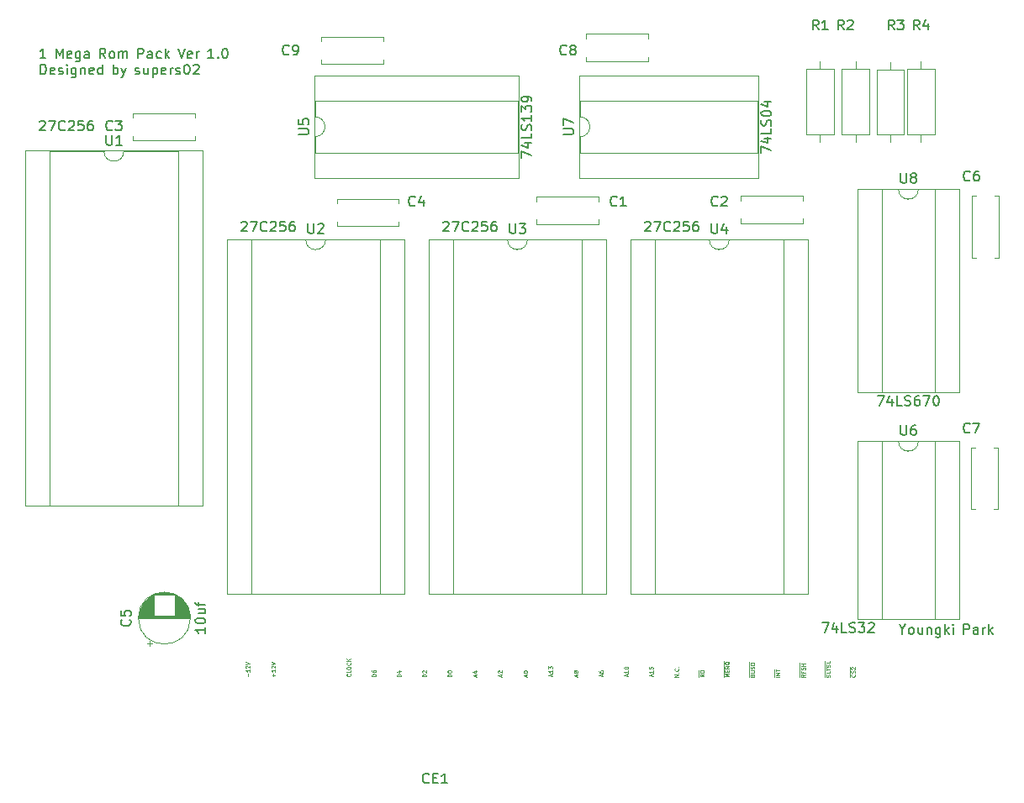
<source format=gbr>
%TF.GenerationSoftware,KiCad,Pcbnew,(7.0.0)*%
%TF.CreationDate,2023-02-27T14:18:29+09:00*%
%TF.ProjectId,ykp74,796b7037-342e-46b6-9963-61645f706362,rev?*%
%TF.SameCoordinates,Original*%
%TF.FileFunction,Legend,Top*%
%TF.FilePolarity,Positive*%
%FSLAX46Y46*%
G04 Gerber Fmt 4.6, Leading zero omitted, Abs format (unit mm)*
G04 Created by KiCad (PCBNEW (7.0.0)) date 2023-02-27 14:18:29*
%MOMM*%
%LPD*%
G01*
G04 APERTURE LIST*
%ADD10C,0.200000*%
%ADD11C,0.150000*%
%ADD12C,0.100000*%
%ADD13C,0.120000*%
G04 APERTURE END LIST*
D10*
X99517098Y-71822380D02*
X98945670Y-71822380D01*
X99231384Y-71822380D02*
X99231384Y-70822380D01*
X99231384Y-70822380D02*
X99136146Y-70965238D01*
X99136146Y-70965238D02*
X99040908Y-71060476D01*
X99040908Y-71060476D02*
X98945670Y-71108095D01*
X100545670Y-71822380D02*
X100545670Y-70822380D01*
X100545670Y-70822380D02*
X100879003Y-71536666D01*
X100879003Y-71536666D02*
X101212336Y-70822380D01*
X101212336Y-70822380D02*
X101212336Y-71822380D01*
X102069479Y-71774761D02*
X101974241Y-71822380D01*
X101974241Y-71822380D02*
X101783765Y-71822380D01*
X101783765Y-71822380D02*
X101688527Y-71774761D01*
X101688527Y-71774761D02*
X101640908Y-71679523D01*
X101640908Y-71679523D02*
X101640908Y-71298571D01*
X101640908Y-71298571D02*
X101688527Y-71203333D01*
X101688527Y-71203333D02*
X101783765Y-71155714D01*
X101783765Y-71155714D02*
X101974241Y-71155714D01*
X101974241Y-71155714D02*
X102069479Y-71203333D01*
X102069479Y-71203333D02*
X102117098Y-71298571D01*
X102117098Y-71298571D02*
X102117098Y-71393809D01*
X102117098Y-71393809D02*
X101640908Y-71489047D01*
X102974241Y-71155714D02*
X102974241Y-71965238D01*
X102974241Y-71965238D02*
X102926622Y-72060476D01*
X102926622Y-72060476D02*
X102879003Y-72108095D01*
X102879003Y-72108095D02*
X102783765Y-72155714D01*
X102783765Y-72155714D02*
X102640908Y-72155714D01*
X102640908Y-72155714D02*
X102545670Y-72108095D01*
X102974241Y-71774761D02*
X102879003Y-71822380D01*
X102879003Y-71822380D02*
X102688527Y-71822380D01*
X102688527Y-71822380D02*
X102593289Y-71774761D01*
X102593289Y-71774761D02*
X102545670Y-71727142D01*
X102545670Y-71727142D02*
X102498051Y-71631904D01*
X102498051Y-71631904D02*
X102498051Y-71346190D01*
X102498051Y-71346190D02*
X102545670Y-71250952D01*
X102545670Y-71250952D02*
X102593289Y-71203333D01*
X102593289Y-71203333D02*
X102688527Y-71155714D01*
X102688527Y-71155714D02*
X102879003Y-71155714D01*
X102879003Y-71155714D02*
X102974241Y-71203333D01*
X103879003Y-71822380D02*
X103879003Y-71298571D01*
X103879003Y-71298571D02*
X103831384Y-71203333D01*
X103831384Y-71203333D02*
X103736146Y-71155714D01*
X103736146Y-71155714D02*
X103545670Y-71155714D01*
X103545670Y-71155714D02*
X103450432Y-71203333D01*
X103879003Y-71774761D02*
X103783765Y-71822380D01*
X103783765Y-71822380D02*
X103545670Y-71822380D01*
X103545670Y-71822380D02*
X103450432Y-71774761D01*
X103450432Y-71774761D02*
X103402813Y-71679523D01*
X103402813Y-71679523D02*
X103402813Y-71584285D01*
X103402813Y-71584285D02*
X103450432Y-71489047D01*
X103450432Y-71489047D02*
X103545670Y-71441428D01*
X103545670Y-71441428D02*
X103783765Y-71441428D01*
X103783765Y-71441428D02*
X103879003Y-71393809D01*
X105526622Y-71822380D02*
X105193289Y-71346190D01*
X104955194Y-71822380D02*
X104955194Y-70822380D01*
X104955194Y-70822380D02*
X105336146Y-70822380D01*
X105336146Y-70822380D02*
X105431384Y-70870000D01*
X105431384Y-70870000D02*
X105479003Y-70917619D01*
X105479003Y-70917619D02*
X105526622Y-71012857D01*
X105526622Y-71012857D02*
X105526622Y-71155714D01*
X105526622Y-71155714D02*
X105479003Y-71250952D01*
X105479003Y-71250952D02*
X105431384Y-71298571D01*
X105431384Y-71298571D02*
X105336146Y-71346190D01*
X105336146Y-71346190D02*
X104955194Y-71346190D01*
X106098051Y-71822380D02*
X106002813Y-71774761D01*
X106002813Y-71774761D02*
X105955194Y-71727142D01*
X105955194Y-71727142D02*
X105907575Y-71631904D01*
X105907575Y-71631904D02*
X105907575Y-71346190D01*
X105907575Y-71346190D02*
X105955194Y-71250952D01*
X105955194Y-71250952D02*
X106002813Y-71203333D01*
X106002813Y-71203333D02*
X106098051Y-71155714D01*
X106098051Y-71155714D02*
X106240908Y-71155714D01*
X106240908Y-71155714D02*
X106336146Y-71203333D01*
X106336146Y-71203333D02*
X106383765Y-71250952D01*
X106383765Y-71250952D02*
X106431384Y-71346190D01*
X106431384Y-71346190D02*
X106431384Y-71631904D01*
X106431384Y-71631904D02*
X106383765Y-71727142D01*
X106383765Y-71727142D02*
X106336146Y-71774761D01*
X106336146Y-71774761D02*
X106240908Y-71822380D01*
X106240908Y-71822380D02*
X106098051Y-71822380D01*
X106859956Y-71822380D02*
X106859956Y-71155714D01*
X106859956Y-71250952D02*
X106907575Y-71203333D01*
X106907575Y-71203333D02*
X107002813Y-71155714D01*
X107002813Y-71155714D02*
X107145670Y-71155714D01*
X107145670Y-71155714D02*
X107240908Y-71203333D01*
X107240908Y-71203333D02*
X107288527Y-71298571D01*
X107288527Y-71298571D02*
X107288527Y-71822380D01*
X107288527Y-71298571D02*
X107336146Y-71203333D01*
X107336146Y-71203333D02*
X107431384Y-71155714D01*
X107431384Y-71155714D02*
X107574241Y-71155714D01*
X107574241Y-71155714D02*
X107669480Y-71203333D01*
X107669480Y-71203333D02*
X107717099Y-71298571D01*
X107717099Y-71298571D02*
X107717099Y-71822380D01*
X108793289Y-71822380D02*
X108793289Y-70822380D01*
X108793289Y-70822380D02*
X109174241Y-70822380D01*
X109174241Y-70822380D02*
X109269479Y-70870000D01*
X109269479Y-70870000D02*
X109317098Y-70917619D01*
X109317098Y-70917619D02*
X109364717Y-71012857D01*
X109364717Y-71012857D02*
X109364717Y-71155714D01*
X109364717Y-71155714D02*
X109317098Y-71250952D01*
X109317098Y-71250952D02*
X109269479Y-71298571D01*
X109269479Y-71298571D02*
X109174241Y-71346190D01*
X109174241Y-71346190D02*
X108793289Y-71346190D01*
X110221860Y-71822380D02*
X110221860Y-71298571D01*
X110221860Y-71298571D02*
X110174241Y-71203333D01*
X110174241Y-71203333D02*
X110079003Y-71155714D01*
X110079003Y-71155714D02*
X109888527Y-71155714D01*
X109888527Y-71155714D02*
X109793289Y-71203333D01*
X110221860Y-71774761D02*
X110126622Y-71822380D01*
X110126622Y-71822380D02*
X109888527Y-71822380D01*
X109888527Y-71822380D02*
X109793289Y-71774761D01*
X109793289Y-71774761D02*
X109745670Y-71679523D01*
X109745670Y-71679523D02*
X109745670Y-71584285D01*
X109745670Y-71584285D02*
X109793289Y-71489047D01*
X109793289Y-71489047D02*
X109888527Y-71441428D01*
X109888527Y-71441428D02*
X110126622Y-71441428D01*
X110126622Y-71441428D02*
X110221860Y-71393809D01*
X111126622Y-71774761D02*
X111031384Y-71822380D01*
X111031384Y-71822380D02*
X110840908Y-71822380D01*
X110840908Y-71822380D02*
X110745670Y-71774761D01*
X110745670Y-71774761D02*
X110698051Y-71727142D01*
X110698051Y-71727142D02*
X110650432Y-71631904D01*
X110650432Y-71631904D02*
X110650432Y-71346190D01*
X110650432Y-71346190D02*
X110698051Y-71250952D01*
X110698051Y-71250952D02*
X110745670Y-71203333D01*
X110745670Y-71203333D02*
X110840908Y-71155714D01*
X110840908Y-71155714D02*
X111031384Y-71155714D01*
X111031384Y-71155714D02*
X111126622Y-71203333D01*
X111555194Y-71822380D02*
X111555194Y-70822380D01*
X111650432Y-71441428D02*
X111936146Y-71822380D01*
X111936146Y-71155714D02*
X111555194Y-71536666D01*
X112821861Y-70822380D02*
X113155194Y-71822380D01*
X113155194Y-71822380D02*
X113488527Y-70822380D01*
X114202813Y-71774761D02*
X114107575Y-71822380D01*
X114107575Y-71822380D02*
X113917099Y-71822380D01*
X113917099Y-71822380D02*
X113821861Y-71774761D01*
X113821861Y-71774761D02*
X113774242Y-71679523D01*
X113774242Y-71679523D02*
X113774242Y-71298571D01*
X113774242Y-71298571D02*
X113821861Y-71203333D01*
X113821861Y-71203333D02*
X113917099Y-71155714D01*
X113917099Y-71155714D02*
X114107575Y-71155714D01*
X114107575Y-71155714D02*
X114202813Y-71203333D01*
X114202813Y-71203333D02*
X114250432Y-71298571D01*
X114250432Y-71298571D02*
X114250432Y-71393809D01*
X114250432Y-71393809D02*
X113774242Y-71489047D01*
X114679004Y-71822380D02*
X114679004Y-71155714D01*
X114679004Y-71346190D02*
X114726623Y-71250952D01*
X114726623Y-71250952D02*
X114774242Y-71203333D01*
X114774242Y-71203333D02*
X114869480Y-71155714D01*
X114869480Y-71155714D02*
X114964718Y-71155714D01*
X116421861Y-71822380D02*
X115850433Y-71822380D01*
X116136147Y-71822380D02*
X116136147Y-70822380D01*
X116136147Y-70822380D02*
X116040909Y-70965238D01*
X116040909Y-70965238D02*
X115945671Y-71060476D01*
X115945671Y-71060476D02*
X115850433Y-71108095D01*
X116850433Y-71727142D02*
X116898052Y-71774761D01*
X116898052Y-71774761D02*
X116850433Y-71822380D01*
X116850433Y-71822380D02*
X116802814Y-71774761D01*
X116802814Y-71774761D02*
X116850433Y-71727142D01*
X116850433Y-71727142D02*
X116850433Y-71822380D01*
X117517099Y-70822380D02*
X117612337Y-70822380D01*
X117612337Y-70822380D02*
X117707575Y-70870000D01*
X117707575Y-70870000D02*
X117755194Y-70917619D01*
X117755194Y-70917619D02*
X117802813Y-71012857D01*
X117802813Y-71012857D02*
X117850432Y-71203333D01*
X117850432Y-71203333D02*
X117850432Y-71441428D01*
X117850432Y-71441428D02*
X117802813Y-71631904D01*
X117802813Y-71631904D02*
X117755194Y-71727142D01*
X117755194Y-71727142D02*
X117707575Y-71774761D01*
X117707575Y-71774761D02*
X117612337Y-71822380D01*
X117612337Y-71822380D02*
X117517099Y-71822380D01*
X117517099Y-71822380D02*
X117421861Y-71774761D01*
X117421861Y-71774761D02*
X117374242Y-71727142D01*
X117374242Y-71727142D02*
X117326623Y-71631904D01*
X117326623Y-71631904D02*
X117279004Y-71441428D01*
X117279004Y-71441428D02*
X117279004Y-71203333D01*
X117279004Y-71203333D02*
X117326623Y-71012857D01*
X117326623Y-71012857D02*
X117374242Y-70917619D01*
X117374242Y-70917619D02*
X117421861Y-70870000D01*
X117421861Y-70870000D02*
X117517099Y-70822380D01*
X98993289Y-73442380D02*
X98993289Y-72442380D01*
X98993289Y-72442380D02*
X99231384Y-72442380D01*
X99231384Y-72442380D02*
X99374241Y-72490000D01*
X99374241Y-72490000D02*
X99469479Y-72585238D01*
X99469479Y-72585238D02*
X99517098Y-72680476D01*
X99517098Y-72680476D02*
X99564717Y-72870952D01*
X99564717Y-72870952D02*
X99564717Y-73013809D01*
X99564717Y-73013809D02*
X99517098Y-73204285D01*
X99517098Y-73204285D02*
X99469479Y-73299523D01*
X99469479Y-73299523D02*
X99374241Y-73394761D01*
X99374241Y-73394761D02*
X99231384Y-73442380D01*
X99231384Y-73442380D02*
X98993289Y-73442380D01*
X100374241Y-73394761D02*
X100279003Y-73442380D01*
X100279003Y-73442380D02*
X100088527Y-73442380D01*
X100088527Y-73442380D02*
X99993289Y-73394761D01*
X99993289Y-73394761D02*
X99945670Y-73299523D01*
X99945670Y-73299523D02*
X99945670Y-72918571D01*
X99945670Y-72918571D02*
X99993289Y-72823333D01*
X99993289Y-72823333D02*
X100088527Y-72775714D01*
X100088527Y-72775714D02*
X100279003Y-72775714D01*
X100279003Y-72775714D02*
X100374241Y-72823333D01*
X100374241Y-72823333D02*
X100421860Y-72918571D01*
X100421860Y-72918571D02*
X100421860Y-73013809D01*
X100421860Y-73013809D02*
X99945670Y-73109047D01*
X100802813Y-73394761D02*
X100898051Y-73442380D01*
X100898051Y-73442380D02*
X101088527Y-73442380D01*
X101088527Y-73442380D02*
X101183765Y-73394761D01*
X101183765Y-73394761D02*
X101231384Y-73299523D01*
X101231384Y-73299523D02*
X101231384Y-73251904D01*
X101231384Y-73251904D02*
X101183765Y-73156666D01*
X101183765Y-73156666D02*
X101088527Y-73109047D01*
X101088527Y-73109047D02*
X100945670Y-73109047D01*
X100945670Y-73109047D02*
X100850432Y-73061428D01*
X100850432Y-73061428D02*
X100802813Y-72966190D01*
X100802813Y-72966190D02*
X100802813Y-72918571D01*
X100802813Y-72918571D02*
X100850432Y-72823333D01*
X100850432Y-72823333D02*
X100945670Y-72775714D01*
X100945670Y-72775714D02*
X101088527Y-72775714D01*
X101088527Y-72775714D02*
X101183765Y-72823333D01*
X101659956Y-73442380D02*
X101659956Y-72775714D01*
X101659956Y-72442380D02*
X101612337Y-72490000D01*
X101612337Y-72490000D02*
X101659956Y-72537619D01*
X101659956Y-72537619D02*
X101707575Y-72490000D01*
X101707575Y-72490000D02*
X101659956Y-72442380D01*
X101659956Y-72442380D02*
X101659956Y-72537619D01*
X102564717Y-72775714D02*
X102564717Y-73585238D01*
X102564717Y-73585238D02*
X102517098Y-73680476D01*
X102517098Y-73680476D02*
X102469479Y-73728095D01*
X102469479Y-73728095D02*
X102374241Y-73775714D01*
X102374241Y-73775714D02*
X102231384Y-73775714D01*
X102231384Y-73775714D02*
X102136146Y-73728095D01*
X102564717Y-73394761D02*
X102469479Y-73442380D01*
X102469479Y-73442380D02*
X102279003Y-73442380D01*
X102279003Y-73442380D02*
X102183765Y-73394761D01*
X102183765Y-73394761D02*
X102136146Y-73347142D01*
X102136146Y-73347142D02*
X102088527Y-73251904D01*
X102088527Y-73251904D02*
X102088527Y-72966190D01*
X102088527Y-72966190D02*
X102136146Y-72870952D01*
X102136146Y-72870952D02*
X102183765Y-72823333D01*
X102183765Y-72823333D02*
X102279003Y-72775714D01*
X102279003Y-72775714D02*
X102469479Y-72775714D01*
X102469479Y-72775714D02*
X102564717Y-72823333D01*
X103040908Y-72775714D02*
X103040908Y-73442380D01*
X103040908Y-72870952D02*
X103088527Y-72823333D01*
X103088527Y-72823333D02*
X103183765Y-72775714D01*
X103183765Y-72775714D02*
X103326622Y-72775714D01*
X103326622Y-72775714D02*
X103421860Y-72823333D01*
X103421860Y-72823333D02*
X103469479Y-72918571D01*
X103469479Y-72918571D02*
X103469479Y-73442380D01*
X104326622Y-73394761D02*
X104231384Y-73442380D01*
X104231384Y-73442380D02*
X104040908Y-73442380D01*
X104040908Y-73442380D02*
X103945670Y-73394761D01*
X103945670Y-73394761D02*
X103898051Y-73299523D01*
X103898051Y-73299523D02*
X103898051Y-72918571D01*
X103898051Y-72918571D02*
X103945670Y-72823333D01*
X103945670Y-72823333D02*
X104040908Y-72775714D01*
X104040908Y-72775714D02*
X104231384Y-72775714D01*
X104231384Y-72775714D02*
X104326622Y-72823333D01*
X104326622Y-72823333D02*
X104374241Y-72918571D01*
X104374241Y-72918571D02*
X104374241Y-73013809D01*
X104374241Y-73013809D02*
X103898051Y-73109047D01*
X105231384Y-73442380D02*
X105231384Y-72442380D01*
X105231384Y-73394761D02*
X105136146Y-73442380D01*
X105136146Y-73442380D02*
X104945670Y-73442380D01*
X104945670Y-73442380D02*
X104850432Y-73394761D01*
X104850432Y-73394761D02*
X104802813Y-73347142D01*
X104802813Y-73347142D02*
X104755194Y-73251904D01*
X104755194Y-73251904D02*
X104755194Y-72966190D01*
X104755194Y-72966190D02*
X104802813Y-72870952D01*
X104802813Y-72870952D02*
X104850432Y-72823333D01*
X104850432Y-72823333D02*
X104945670Y-72775714D01*
X104945670Y-72775714D02*
X105136146Y-72775714D01*
X105136146Y-72775714D02*
X105231384Y-72823333D01*
X106307575Y-73442380D02*
X106307575Y-72442380D01*
X106307575Y-72823333D02*
X106402813Y-72775714D01*
X106402813Y-72775714D02*
X106593289Y-72775714D01*
X106593289Y-72775714D02*
X106688527Y-72823333D01*
X106688527Y-72823333D02*
X106736146Y-72870952D01*
X106736146Y-72870952D02*
X106783765Y-72966190D01*
X106783765Y-72966190D02*
X106783765Y-73251904D01*
X106783765Y-73251904D02*
X106736146Y-73347142D01*
X106736146Y-73347142D02*
X106688527Y-73394761D01*
X106688527Y-73394761D02*
X106593289Y-73442380D01*
X106593289Y-73442380D02*
X106402813Y-73442380D01*
X106402813Y-73442380D02*
X106307575Y-73394761D01*
X107117099Y-72775714D02*
X107355194Y-73442380D01*
X107593289Y-72775714D02*
X107355194Y-73442380D01*
X107355194Y-73442380D02*
X107259956Y-73680476D01*
X107259956Y-73680476D02*
X107212337Y-73728095D01*
X107212337Y-73728095D02*
X107117099Y-73775714D01*
X108526623Y-73394761D02*
X108621861Y-73442380D01*
X108621861Y-73442380D02*
X108812337Y-73442380D01*
X108812337Y-73442380D02*
X108907575Y-73394761D01*
X108907575Y-73394761D02*
X108955194Y-73299523D01*
X108955194Y-73299523D02*
X108955194Y-73251904D01*
X108955194Y-73251904D02*
X108907575Y-73156666D01*
X108907575Y-73156666D02*
X108812337Y-73109047D01*
X108812337Y-73109047D02*
X108669480Y-73109047D01*
X108669480Y-73109047D02*
X108574242Y-73061428D01*
X108574242Y-73061428D02*
X108526623Y-72966190D01*
X108526623Y-72966190D02*
X108526623Y-72918571D01*
X108526623Y-72918571D02*
X108574242Y-72823333D01*
X108574242Y-72823333D02*
X108669480Y-72775714D01*
X108669480Y-72775714D02*
X108812337Y-72775714D01*
X108812337Y-72775714D02*
X108907575Y-72823333D01*
X109812337Y-72775714D02*
X109812337Y-73442380D01*
X109383766Y-72775714D02*
X109383766Y-73299523D01*
X109383766Y-73299523D02*
X109431385Y-73394761D01*
X109431385Y-73394761D02*
X109526623Y-73442380D01*
X109526623Y-73442380D02*
X109669480Y-73442380D01*
X109669480Y-73442380D02*
X109764718Y-73394761D01*
X109764718Y-73394761D02*
X109812337Y-73347142D01*
X110288528Y-72775714D02*
X110288528Y-73775714D01*
X110288528Y-72823333D02*
X110383766Y-72775714D01*
X110383766Y-72775714D02*
X110574242Y-72775714D01*
X110574242Y-72775714D02*
X110669480Y-72823333D01*
X110669480Y-72823333D02*
X110717099Y-72870952D01*
X110717099Y-72870952D02*
X110764718Y-72966190D01*
X110764718Y-72966190D02*
X110764718Y-73251904D01*
X110764718Y-73251904D02*
X110717099Y-73347142D01*
X110717099Y-73347142D02*
X110669480Y-73394761D01*
X110669480Y-73394761D02*
X110574242Y-73442380D01*
X110574242Y-73442380D02*
X110383766Y-73442380D01*
X110383766Y-73442380D02*
X110288528Y-73394761D01*
X111574242Y-73394761D02*
X111479004Y-73442380D01*
X111479004Y-73442380D02*
X111288528Y-73442380D01*
X111288528Y-73442380D02*
X111193290Y-73394761D01*
X111193290Y-73394761D02*
X111145671Y-73299523D01*
X111145671Y-73299523D02*
X111145671Y-72918571D01*
X111145671Y-72918571D02*
X111193290Y-72823333D01*
X111193290Y-72823333D02*
X111288528Y-72775714D01*
X111288528Y-72775714D02*
X111479004Y-72775714D01*
X111479004Y-72775714D02*
X111574242Y-72823333D01*
X111574242Y-72823333D02*
X111621861Y-72918571D01*
X111621861Y-72918571D02*
X111621861Y-73013809D01*
X111621861Y-73013809D02*
X111145671Y-73109047D01*
X112050433Y-73442380D02*
X112050433Y-72775714D01*
X112050433Y-72966190D02*
X112098052Y-72870952D01*
X112098052Y-72870952D02*
X112145671Y-72823333D01*
X112145671Y-72823333D02*
X112240909Y-72775714D01*
X112240909Y-72775714D02*
X112336147Y-72775714D01*
X112621862Y-73394761D02*
X112717100Y-73442380D01*
X112717100Y-73442380D02*
X112907576Y-73442380D01*
X112907576Y-73442380D02*
X113002814Y-73394761D01*
X113002814Y-73394761D02*
X113050433Y-73299523D01*
X113050433Y-73299523D02*
X113050433Y-73251904D01*
X113050433Y-73251904D02*
X113002814Y-73156666D01*
X113002814Y-73156666D02*
X112907576Y-73109047D01*
X112907576Y-73109047D02*
X112764719Y-73109047D01*
X112764719Y-73109047D02*
X112669481Y-73061428D01*
X112669481Y-73061428D02*
X112621862Y-72966190D01*
X112621862Y-72966190D02*
X112621862Y-72918571D01*
X112621862Y-72918571D02*
X112669481Y-72823333D01*
X112669481Y-72823333D02*
X112764719Y-72775714D01*
X112764719Y-72775714D02*
X112907576Y-72775714D01*
X112907576Y-72775714D02*
X113002814Y-72823333D01*
X113669481Y-72442380D02*
X113764719Y-72442380D01*
X113764719Y-72442380D02*
X113859957Y-72490000D01*
X113859957Y-72490000D02*
X113907576Y-72537619D01*
X113907576Y-72537619D02*
X113955195Y-72632857D01*
X113955195Y-72632857D02*
X114002814Y-72823333D01*
X114002814Y-72823333D02*
X114002814Y-73061428D01*
X114002814Y-73061428D02*
X113955195Y-73251904D01*
X113955195Y-73251904D02*
X113907576Y-73347142D01*
X113907576Y-73347142D02*
X113859957Y-73394761D01*
X113859957Y-73394761D02*
X113764719Y-73442380D01*
X113764719Y-73442380D02*
X113669481Y-73442380D01*
X113669481Y-73442380D02*
X113574243Y-73394761D01*
X113574243Y-73394761D02*
X113526624Y-73347142D01*
X113526624Y-73347142D02*
X113479005Y-73251904D01*
X113479005Y-73251904D02*
X113431386Y-73061428D01*
X113431386Y-73061428D02*
X113431386Y-72823333D01*
X113431386Y-72823333D02*
X113479005Y-72632857D01*
X113479005Y-72632857D02*
X113526624Y-72537619D01*
X113526624Y-72537619D02*
X113574243Y-72490000D01*
X113574243Y-72490000D02*
X113669481Y-72442380D01*
X114383767Y-72537619D02*
X114431386Y-72490000D01*
X114431386Y-72490000D02*
X114526624Y-72442380D01*
X114526624Y-72442380D02*
X114764719Y-72442380D01*
X114764719Y-72442380D02*
X114859957Y-72490000D01*
X114859957Y-72490000D02*
X114907576Y-72537619D01*
X114907576Y-72537619D02*
X114955195Y-72632857D01*
X114955195Y-72632857D02*
X114955195Y-72728095D01*
X114955195Y-72728095D02*
X114907576Y-72870952D01*
X114907576Y-72870952D02*
X114336148Y-73442380D01*
X114336148Y-73442380D02*
X114955195Y-73442380D01*
D11*
X185790864Y-129385836D02*
X185790864Y-129862026D01*
X185457531Y-128862026D02*
X185790864Y-129385836D01*
X185790864Y-129385836D02*
X186124197Y-128862026D01*
X186600388Y-129862026D02*
X186505150Y-129814407D01*
X186505150Y-129814407D02*
X186457531Y-129766788D01*
X186457531Y-129766788D02*
X186409912Y-129671550D01*
X186409912Y-129671550D02*
X186409912Y-129385836D01*
X186409912Y-129385836D02*
X186457531Y-129290598D01*
X186457531Y-129290598D02*
X186505150Y-129242979D01*
X186505150Y-129242979D02*
X186600388Y-129195360D01*
X186600388Y-129195360D02*
X186743245Y-129195360D01*
X186743245Y-129195360D02*
X186838483Y-129242979D01*
X186838483Y-129242979D02*
X186886102Y-129290598D01*
X186886102Y-129290598D02*
X186933721Y-129385836D01*
X186933721Y-129385836D02*
X186933721Y-129671550D01*
X186933721Y-129671550D02*
X186886102Y-129766788D01*
X186886102Y-129766788D02*
X186838483Y-129814407D01*
X186838483Y-129814407D02*
X186743245Y-129862026D01*
X186743245Y-129862026D02*
X186600388Y-129862026D01*
X187790864Y-129195360D02*
X187790864Y-129862026D01*
X187362293Y-129195360D02*
X187362293Y-129719169D01*
X187362293Y-129719169D02*
X187409912Y-129814407D01*
X187409912Y-129814407D02*
X187505150Y-129862026D01*
X187505150Y-129862026D02*
X187648007Y-129862026D01*
X187648007Y-129862026D02*
X187743245Y-129814407D01*
X187743245Y-129814407D02*
X187790864Y-129766788D01*
X188267055Y-129195360D02*
X188267055Y-129862026D01*
X188267055Y-129290598D02*
X188314674Y-129242979D01*
X188314674Y-129242979D02*
X188409912Y-129195360D01*
X188409912Y-129195360D02*
X188552769Y-129195360D01*
X188552769Y-129195360D02*
X188648007Y-129242979D01*
X188648007Y-129242979D02*
X188695626Y-129338217D01*
X188695626Y-129338217D02*
X188695626Y-129862026D01*
X189600388Y-129195360D02*
X189600388Y-130004884D01*
X189600388Y-130004884D02*
X189552769Y-130100122D01*
X189552769Y-130100122D02*
X189505150Y-130147741D01*
X189505150Y-130147741D02*
X189409912Y-130195360D01*
X189409912Y-130195360D02*
X189267055Y-130195360D01*
X189267055Y-130195360D02*
X189171817Y-130147741D01*
X189600388Y-129814407D02*
X189505150Y-129862026D01*
X189505150Y-129862026D02*
X189314674Y-129862026D01*
X189314674Y-129862026D02*
X189219436Y-129814407D01*
X189219436Y-129814407D02*
X189171817Y-129766788D01*
X189171817Y-129766788D02*
X189124198Y-129671550D01*
X189124198Y-129671550D02*
X189124198Y-129385836D01*
X189124198Y-129385836D02*
X189171817Y-129290598D01*
X189171817Y-129290598D02*
X189219436Y-129242979D01*
X189219436Y-129242979D02*
X189314674Y-129195360D01*
X189314674Y-129195360D02*
X189505150Y-129195360D01*
X189505150Y-129195360D02*
X189600388Y-129242979D01*
X190076579Y-129862026D02*
X190076579Y-128862026D01*
X190171817Y-129481074D02*
X190457531Y-129862026D01*
X190457531Y-129195360D02*
X190076579Y-129576312D01*
X190886103Y-129862026D02*
X190886103Y-129195360D01*
X190886103Y-128862026D02*
X190838484Y-128909646D01*
X190838484Y-128909646D02*
X190886103Y-128957265D01*
X190886103Y-128957265D02*
X190933722Y-128909646D01*
X190933722Y-128909646D02*
X190886103Y-128862026D01*
X190886103Y-128862026D02*
X190886103Y-128957265D01*
X191962293Y-129862026D02*
X191962293Y-128862026D01*
X191962293Y-128862026D02*
X192343245Y-128862026D01*
X192343245Y-128862026D02*
X192438483Y-128909646D01*
X192438483Y-128909646D02*
X192486102Y-128957265D01*
X192486102Y-128957265D02*
X192533721Y-129052503D01*
X192533721Y-129052503D02*
X192533721Y-129195360D01*
X192533721Y-129195360D02*
X192486102Y-129290598D01*
X192486102Y-129290598D02*
X192438483Y-129338217D01*
X192438483Y-129338217D02*
X192343245Y-129385836D01*
X192343245Y-129385836D02*
X191962293Y-129385836D01*
X193390864Y-129862026D02*
X193390864Y-129338217D01*
X193390864Y-129338217D02*
X193343245Y-129242979D01*
X193343245Y-129242979D02*
X193248007Y-129195360D01*
X193248007Y-129195360D02*
X193057531Y-129195360D01*
X193057531Y-129195360D02*
X192962293Y-129242979D01*
X193390864Y-129814407D02*
X193295626Y-129862026D01*
X193295626Y-129862026D02*
X193057531Y-129862026D01*
X193057531Y-129862026D02*
X192962293Y-129814407D01*
X192962293Y-129814407D02*
X192914674Y-129719169D01*
X192914674Y-129719169D02*
X192914674Y-129623931D01*
X192914674Y-129623931D02*
X192962293Y-129528693D01*
X192962293Y-129528693D02*
X193057531Y-129481074D01*
X193057531Y-129481074D02*
X193295626Y-129481074D01*
X193295626Y-129481074D02*
X193390864Y-129433455D01*
X193867055Y-129862026D02*
X193867055Y-129195360D01*
X193867055Y-129385836D02*
X193914674Y-129290598D01*
X193914674Y-129290598D02*
X193962293Y-129242979D01*
X193962293Y-129242979D02*
X194057531Y-129195360D01*
X194057531Y-129195360D02*
X194152769Y-129195360D01*
X194486103Y-129862026D02*
X194486103Y-128862026D01*
X194581341Y-129481074D02*
X194867055Y-129862026D01*
X194867055Y-129195360D02*
X194486103Y-129576312D01*
%TO.C,U3*%
X146253289Y-88477380D02*
X146253289Y-89286904D01*
X146253289Y-89286904D02*
X146300908Y-89382142D01*
X146300908Y-89382142D02*
X146348527Y-89429761D01*
X146348527Y-89429761D02*
X146443765Y-89477380D01*
X146443765Y-89477380D02*
X146634241Y-89477380D01*
X146634241Y-89477380D02*
X146729479Y-89429761D01*
X146729479Y-89429761D02*
X146777098Y-89382142D01*
X146777098Y-89382142D02*
X146824717Y-89286904D01*
X146824717Y-89286904D02*
X146824717Y-88477380D01*
X147205670Y-88477380D02*
X147824717Y-88477380D01*
X147824717Y-88477380D02*
X147491384Y-88858333D01*
X147491384Y-88858333D02*
X147634241Y-88858333D01*
X147634241Y-88858333D02*
X147729479Y-88905952D01*
X147729479Y-88905952D02*
X147777098Y-88953571D01*
X147777098Y-88953571D02*
X147824717Y-89048809D01*
X147824717Y-89048809D02*
X147824717Y-89286904D01*
X147824717Y-89286904D02*
X147777098Y-89382142D01*
X147777098Y-89382142D02*
X147729479Y-89429761D01*
X147729479Y-89429761D02*
X147634241Y-89477380D01*
X147634241Y-89477380D02*
X147348527Y-89477380D01*
X147348527Y-89477380D02*
X147253289Y-89429761D01*
X147253289Y-89429761D02*
X147205670Y-89382142D01*
X139549524Y-88362619D02*
X139597143Y-88315000D01*
X139597143Y-88315000D02*
X139692381Y-88267380D01*
X139692381Y-88267380D02*
X139930476Y-88267380D01*
X139930476Y-88267380D02*
X140025714Y-88315000D01*
X140025714Y-88315000D02*
X140073333Y-88362619D01*
X140073333Y-88362619D02*
X140120952Y-88457857D01*
X140120952Y-88457857D02*
X140120952Y-88553095D01*
X140120952Y-88553095D02*
X140073333Y-88695952D01*
X140073333Y-88695952D02*
X139501905Y-89267380D01*
X139501905Y-89267380D02*
X140120952Y-89267380D01*
X140454286Y-88267380D02*
X141120952Y-88267380D01*
X141120952Y-88267380D02*
X140692381Y-89267380D01*
X142073333Y-89172142D02*
X142025714Y-89219761D01*
X142025714Y-89219761D02*
X141882857Y-89267380D01*
X141882857Y-89267380D02*
X141787619Y-89267380D01*
X141787619Y-89267380D02*
X141644762Y-89219761D01*
X141644762Y-89219761D02*
X141549524Y-89124523D01*
X141549524Y-89124523D02*
X141501905Y-89029285D01*
X141501905Y-89029285D02*
X141454286Y-88838809D01*
X141454286Y-88838809D02*
X141454286Y-88695952D01*
X141454286Y-88695952D02*
X141501905Y-88505476D01*
X141501905Y-88505476D02*
X141549524Y-88410238D01*
X141549524Y-88410238D02*
X141644762Y-88315000D01*
X141644762Y-88315000D02*
X141787619Y-88267380D01*
X141787619Y-88267380D02*
X141882857Y-88267380D01*
X141882857Y-88267380D02*
X142025714Y-88315000D01*
X142025714Y-88315000D02*
X142073333Y-88362619D01*
X142454286Y-88362619D02*
X142501905Y-88315000D01*
X142501905Y-88315000D02*
X142597143Y-88267380D01*
X142597143Y-88267380D02*
X142835238Y-88267380D01*
X142835238Y-88267380D02*
X142930476Y-88315000D01*
X142930476Y-88315000D02*
X142978095Y-88362619D01*
X142978095Y-88362619D02*
X143025714Y-88457857D01*
X143025714Y-88457857D02*
X143025714Y-88553095D01*
X143025714Y-88553095D02*
X142978095Y-88695952D01*
X142978095Y-88695952D02*
X142406667Y-89267380D01*
X142406667Y-89267380D02*
X143025714Y-89267380D01*
X143930476Y-88267380D02*
X143454286Y-88267380D01*
X143454286Y-88267380D02*
X143406667Y-88743571D01*
X143406667Y-88743571D02*
X143454286Y-88695952D01*
X143454286Y-88695952D02*
X143549524Y-88648333D01*
X143549524Y-88648333D02*
X143787619Y-88648333D01*
X143787619Y-88648333D02*
X143882857Y-88695952D01*
X143882857Y-88695952D02*
X143930476Y-88743571D01*
X143930476Y-88743571D02*
X143978095Y-88838809D01*
X143978095Y-88838809D02*
X143978095Y-89076904D01*
X143978095Y-89076904D02*
X143930476Y-89172142D01*
X143930476Y-89172142D02*
X143882857Y-89219761D01*
X143882857Y-89219761D02*
X143787619Y-89267380D01*
X143787619Y-89267380D02*
X143549524Y-89267380D01*
X143549524Y-89267380D02*
X143454286Y-89219761D01*
X143454286Y-89219761D02*
X143406667Y-89172142D01*
X144835238Y-88267380D02*
X144644762Y-88267380D01*
X144644762Y-88267380D02*
X144549524Y-88315000D01*
X144549524Y-88315000D02*
X144501905Y-88362619D01*
X144501905Y-88362619D02*
X144406667Y-88505476D01*
X144406667Y-88505476D02*
X144359048Y-88695952D01*
X144359048Y-88695952D02*
X144359048Y-89076904D01*
X144359048Y-89076904D02*
X144406667Y-89172142D01*
X144406667Y-89172142D02*
X144454286Y-89219761D01*
X144454286Y-89219761D02*
X144549524Y-89267380D01*
X144549524Y-89267380D02*
X144740000Y-89267380D01*
X144740000Y-89267380D02*
X144835238Y-89219761D01*
X144835238Y-89219761D02*
X144882857Y-89172142D01*
X144882857Y-89172142D02*
X144930476Y-89076904D01*
X144930476Y-89076904D02*
X144930476Y-88838809D01*
X144930476Y-88838809D02*
X144882857Y-88743571D01*
X144882857Y-88743571D02*
X144835238Y-88695952D01*
X144835238Y-88695952D02*
X144740000Y-88648333D01*
X144740000Y-88648333D02*
X144549524Y-88648333D01*
X144549524Y-88648333D02*
X144454286Y-88695952D01*
X144454286Y-88695952D02*
X144406667Y-88743571D01*
X144406667Y-88743571D02*
X144359048Y-88838809D01*
%TO.C,C3*%
X106208527Y-79012142D02*
X106160908Y-79059761D01*
X106160908Y-79059761D02*
X106018051Y-79107380D01*
X106018051Y-79107380D02*
X105922813Y-79107380D01*
X105922813Y-79107380D02*
X105779956Y-79059761D01*
X105779956Y-79059761D02*
X105684718Y-78964523D01*
X105684718Y-78964523D02*
X105637099Y-78869285D01*
X105637099Y-78869285D02*
X105589480Y-78678809D01*
X105589480Y-78678809D02*
X105589480Y-78535952D01*
X105589480Y-78535952D02*
X105637099Y-78345476D01*
X105637099Y-78345476D02*
X105684718Y-78250238D01*
X105684718Y-78250238D02*
X105779956Y-78155000D01*
X105779956Y-78155000D02*
X105922813Y-78107380D01*
X105922813Y-78107380D02*
X106018051Y-78107380D01*
X106018051Y-78107380D02*
X106160908Y-78155000D01*
X106160908Y-78155000D02*
X106208527Y-78202619D01*
X106541861Y-78107380D02*
X107160908Y-78107380D01*
X107160908Y-78107380D02*
X106827575Y-78488333D01*
X106827575Y-78488333D02*
X106970432Y-78488333D01*
X106970432Y-78488333D02*
X107065670Y-78535952D01*
X107065670Y-78535952D02*
X107113289Y-78583571D01*
X107113289Y-78583571D02*
X107160908Y-78678809D01*
X107160908Y-78678809D02*
X107160908Y-78916904D01*
X107160908Y-78916904D02*
X107113289Y-79012142D01*
X107113289Y-79012142D02*
X107065670Y-79059761D01*
X107065670Y-79059761D02*
X106970432Y-79107380D01*
X106970432Y-79107380D02*
X106684718Y-79107380D01*
X106684718Y-79107380D02*
X106589480Y-79059761D01*
X106589480Y-79059761D02*
X106541861Y-79012142D01*
%TO.C,U8*%
X185623289Y-83397380D02*
X185623289Y-84206904D01*
X185623289Y-84206904D02*
X185670908Y-84302142D01*
X185670908Y-84302142D02*
X185718527Y-84349761D01*
X185718527Y-84349761D02*
X185813765Y-84397380D01*
X185813765Y-84397380D02*
X186004241Y-84397380D01*
X186004241Y-84397380D02*
X186099479Y-84349761D01*
X186099479Y-84349761D02*
X186147098Y-84302142D01*
X186147098Y-84302142D02*
X186194717Y-84206904D01*
X186194717Y-84206904D02*
X186194717Y-83397380D01*
X186813765Y-83825952D02*
X186718527Y-83778333D01*
X186718527Y-83778333D02*
X186670908Y-83730714D01*
X186670908Y-83730714D02*
X186623289Y-83635476D01*
X186623289Y-83635476D02*
X186623289Y-83587857D01*
X186623289Y-83587857D02*
X186670908Y-83492619D01*
X186670908Y-83492619D02*
X186718527Y-83445000D01*
X186718527Y-83445000D02*
X186813765Y-83397380D01*
X186813765Y-83397380D02*
X187004241Y-83397380D01*
X187004241Y-83397380D02*
X187099479Y-83445000D01*
X187099479Y-83445000D02*
X187147098Y-83492619D01*
X187147098Y-83492619D02*
X187194717Y-83587857D01*
X187194717Y-83587857D02*
X187194717Y-83635476D01*
X187194717Y-83635476D02*
X187147098Y-83730714D01*
X187147098Y-83730714D02*
X187099479Y-83778333D01*
X187099479Y-83778333D02*
X187004241Y-83825952D01*
X187004241Y-83825952D02*
X186813765Y-83825952D01*
X186813765Y-83825952D02*
X186718527Y-83873571D01*
X186718527Y-83873571D02*
X186670908Y-83921190D01*
X186670908Y-83921190D02*
X186623289Y-84016428D01*
X186623289Y-84016428D02*
X186623289Y-84206904D01*
X186623289Y-84206904D02*
X186670908Y-84302142D01*
X186670908Y-84302142D02*
X186718527Y-84349761D01*
X186718527Y-84349761D02*
X186813765Y-84397380D01*
X186813765Y-84397380D02*
X187004241Y-84397380D01*
X187004241Y-84397380D02*
X187099479Y-84349761D01*
X187099479Y-84349761D02*
X187147098Y-84302142D01*
X187147098Y-84302142D02*
X187194717Y-84206904D01*
X187194717Y-84206904D02*
X187194717Y-84016428D01*
X187194717Y-84016428D02*
X187147098Y-83921190D01*
X187147098Y-83921190D02*
X187099479Y-83873571D01*
X187099479Y-83873571D02*
X187004241Y-83825952D01*
X183266146Y-105837380D02*
X183932812Y-105837380D01*
X183932812Y-105837380D02*
X183504241Y-106837380D01*
X184742336Y-106170714D02*
X184742336Y-106837380D01*
X184504241Y-105789761D02*
X184266146Y-106504047D01*
X184266146Y-106504047D02*
X184885193Y-106504047D01*
X185742336Y-106837380D02*
X185266146Y-106837380D01*
X185266146Y-106837380D02*
X185266146Y-105837380D01*
X186028051Y-106789761D02*
X186170908Y-106837380D01*
X186170908Y-106837380D02*
X186409003Y-106837380D01*
X186409003Y-106837380D02*
X186504241Y-106789761D01*
X186504241Y-106789761D02*
X186551860Y-106742142D01*
X186551860Y-106742142D02*
X186599479Y-106646904D01*
X186599479Y-106646904D02*
X186599479Y-106551666D01*
X186599479Y-106551666D02*
X186551860Y-106456428D01*
X186551860Y-106456428D02*
X186504241Y-106408809D01*
X186504241Y-106408809D02*
X186409003Y-106361190D01*
X186409003Y-106361190D02*
X186218527Y-106313571D01*
X186218527Y-106313571D02*
X186123289Y-106265952D01*
X186123289Y-106265952D02*
X186075670Y-106218333D01*
X186075670Y-106218333D02*
X186028051Y-106123095D01*
X186028051Y-106123095D02*
X186028051Y-106027857D01*
X186028051Y-106027857D02*
X186075670Y-105932619D01*
X186075670Y-105932619D02*
X186123289Y-105885000D01*
X186123289Y-105885000D02*
X186218527Y-105837380D01*
X186218527Y-105837380D02*
X186456622Y-105837380D01*
X186456622Y-105837380D02*
X186599479Y-105885000D01*
X187456622Y-105837380D02*
X187266146Y-105837380D01*
X187266146Y-105837380D02*
X187170908Y-105885000D01*
X187170908Y-105885000D02*
X187123289Y-105932619D01*
X187123289Y-105932619D02*
X187028051Y-106075476D01*
X187028051Y-106075476D02*
X186980432Y-106265952D01*
X186980432Y-106265952D02*
X186980432Y-106646904D01*
X186980432Y-106646904D02*
X187028051Y-106742142D01*
X187028051Y-106742142D02*
X187075670Y-106789761D01*
X187075670Y-106789761D02*
X187170908Y-106837380D01*
X187170908Y-106837380D02*
X187361384Y-106837380D01*
X187361384Y-106837380D02*
X187456622Y-106789761D01*
X187456622Y-106789761D02*
X187504241Y-106742142D01*
X187504241Y-106742142D02*
X187551860Y-106646904D01*
X187551860Y-106646904D02*
X187551860Y-106408809D01*
X187551860Y-106408809D02*
X187504241Y-106313571D01*
X187504241Y-106313571D02*
X187456622Y-106265952D01*
X187456622Y-106265952D02*
X187361384Y-106218333D01*
X187361384Y-106218333D02*
X187170908Y-106218333D01*
X187170908Y-106218333D02*
X187075670Y-106265952D01*
X187075670Y-106265952D02*
X187028051Y-106313571D01*
X187028051Y-106313571D02*
X186980432Y-106408809D01*
X187885194Y-105837380D02*
X188551860Y-105837380D01*
X188551860Y-105837380D02*
X188123289Y-106837380D01*
X189123289Y-105837380D02*
X189218527Y-105837380D01*
X189218527Y-105837380D02*
X189313765Y-105885000D01*
X189313765Y-105885000D02*
X189361384Y-105932619D01*
X189361384Y-105932619D02*
X189409003Y-106027857D01*
X189409003Y-106027857D02*
X189456622Y-106218333D01*
X189456622Y-106218333D02*
X189456622Y-106456428D01*
X189456622Y-106456428D02*
X189409003Y-106646904D01*
X189409003Y-106646904D02*
X189361384Y-106742142D01*
X189361384Y-106742142D02*
X189313765Y-106789761D01*
X189313765Y-106789761D02*
X189218527Y-106837380D01*
X189218527Y-106837380D02*
X189123289Y-106837380D01*
X189123289Y-106837380D02*
X189028051Y-106789761D01*
X189028051Y-106789761D02*
X188980432Y-106742142D01*
X188980432Y-106742142D02*
X188932813Y-106646904D01*
X188932813Y-106646904D02*
X188885194Y-106456428D01*
X188885194Y-106456428D02*
X188885194Y-106218333D01*
X188885194Y-106218333D02*
X188932813Y-106027857D01*
X188932813Y-106027857D02*
X188980432Y-105932619D01*
X188980432Y-105932619D02*
X189028051Y-105885000D01*
X189028051Y-105885000D02*
X189123289Y-105837380D01*
%TO.C,C7*%
X192568527Y-109492142D02*
X192520908Y-109539761D01*
X192520908Y-109539761D02*
X192378051Y-109587380D01*
X192378051Y-109587380D02*
X192282813Y-109587380D01*
X192282813Y-109587380D02*
X192139956Y-109539761D01*
X192139956Y-109539761D02*
X192044718Y-109444523D01*
X192044718Y-109444523D02*
X191997099Y-109349285D01*
X191997099Y-109349285D02*
X191949480Y-109158809D01*
X191949480Y-109158809D02*
X191949480Y-109015952D01*
X191949480Y-109015952D02*
X191997099Y-108825476D01*
X191997099Y-108825476D02*
X192044718Y-108730238D01*
X192044718Y-108730238D02*
X192139956Y-108635000D01*
X192139956Y-108635000D02*
X192282813Y-108587380D01*
X192282813Y-108587380D02*
X192378051Y-108587380D01*
X192378051Y-108587380D02*
X192520908Y-108635000D01*
X192520908Y-108635000D02*
X192568527Y-108682619D01*
X192901861Y-108587380D02*
X193568527Y-108587380D01*
X193568527Y-108587380D02*
X193139956Y-109587380D01*
%TO.C,U1*%
X105608289Y-79572380D02*
X105608289Y-80381904D01*
X105608289Y-80381904D02*
X105655908Y-80477142D01*
X105655908Y-80477142D02*
X105703527Y-80524761D01*
X105703527Y-80524761D02*
X105798765Y-80572380D01*
X105798765Y-80572380D02*
X105989241Y-80572380D01*
X105989241Y-80572380D02*
X106084479Y-80524761D01*
X106084479Y-80524761D02*
X106132098Y-80477142D01*
X106132098Y-80477142D02*
X106179717Y-80381904D01*
X106179717Y-80381904D02*
X106179717Y-79572380D01*
X107179717Y-80572380D02*
X106608289Y-80572380D01*
X106894003Y-80572380D02*
X106894003Y-79572380D01*
X106894003Y-79572380D02*
X106798765Y-79715238D01*
X106798765Y-79715238D02*
X106703527Y-79810476D01*
X106703527Y-79810476D02*
X106608289Y-79858095D01*
X98909524Y-78202619D02*
X98957143Y-78155000D01*
X98957143Y-78155000D02*
X99052381Y-78107380D01*
X99052381Y-78107380D02*
X99290476Y-78107380D01*
X99290476Y-78107380D02*
X99385714Y-78155000D01*
X99385714Y-78155000D02*
X99433333Y-78202619D01*
X99433333Y-78202619D02*
X99480952Y-78297857D01*
X99480952Y-78297857D02*
X99480952Y-78393095D01*
X99480952Y-78393095D02*
X99433333Y-78535952D01*
X99433333Y-78535952D02*
X98861905Y-79107380D01*
X98861905Y-79107380D02*
X99480952Y-79107380D01*
X99814286Y-78107380D02*
X100480952Y-78107380D01*
X100480952Y-78107380D02*
X100052381Y-79107380D01*
X101433333Y-79012142D02*
X101385714Y-79059761D01*
X101385714Y-79059761D02*
X101242857Y-79107380D01*
X101242857Y-79107380D02*
X101147619Y-79107380D01*
X101147619Y-79107380D02*
X101004762Y-79059761D01*
X101004762Y-79059761D02*
X100909524Y-78964523D01*
X100909524Y-78964523D02*
X100861905Y-78869285D01*
X100861905Y-78869285D02*
X100814286Y-78678809D01*
X100814286Y-78678809D02*
X100814286Y-78535952D01*
X100814286Y-78535952D02*
X100861905Y-78345476D01*
X100861905Y-78345476D02*
X100909524Y-78250238D01*
X100909524Y-78250238D02*
X101004762Y-78155000D01*
X101004762Y-78155000D02*
X101147619Y-78107380D01*
X101147619Y-78107380D02*
X101242857Y-78107380D01*
X101242857Y-78107380D02*
X101385714Y-78155000D01*
X101385714Y-78155000D02*
X101433333Y-78202619D01*
X101814286Y-78202619D02*
X101861905Y-78155000D01*
X101861905Y-78155000D02*
X101957143Y-78107380D01*
X101957143Y-78107380D02*
X102195238Y-78107380D01*
X102195238Y-78107380D02*
X102290476Y-78155000D01*
X102290476Y-78155000D02*
X102338095Y-78202619D01*
X102338095Y-78202619D02*
X102385714Y-78297857D01*
X102385714Y-78297857D02*
X102385714Y-78393095D01*
X102385714Y-78393095D02*
X102338095Y-78535952D01*
X102338095Y-78535952D02*
X101766667Y-79107380D01*
X101766667Y-79107380D02*
X102385714Y-79107380D01*
X103290476Y-78107380D02*
X102814286Y-78107380D01*
X102814286Y-78107380D02*
X102766667Y-78583571D01*
X102766667Y-78583571D02*
X102814286Y-78535952D01*
X102814286Y-78535952D02*
X102909524Y-78488333D01*
X102909524Y-78488333D02*
X103147619Y-78488333D01*
X103147619Y-78488333D02*
X103242857Y-78535952D01*
X103242857Y-78535952D02*
X103290476Y-78583571D01*
X103290476Y-78583571D02*
X103338095Y-78678809D01*
X103338095Y-78678809D02*
X103338095Y-78916904D01*
X103338095Y-78916904D02*
X103290476Y-79012142D01*
X103290476Y-79012142D02*
X103242857Y-79059761D01*
X103242857Y-79059761D02*
X103147619Y-79107380D01*
X103147619Y-79107380D02*
X102909524Y-79107380D01*
X102909524Y-79107380D02*
X102814286Y-79059761D01*
X102814286Y-79059761D02*
X102766667Y-79012142D01*
X104195238Y-78107380D02*
X104004762Y-78107380D01*
X104004762Y-78107380D02*
X103909524Y-78155000D01*
X103909524Y-78155000D02*
X103861905Y-78202619D01*
X103861905Y-78202619D02*
X103766667Y-78345476D01*
X103766667Y-78345476D02*
X103719048Y-78535952D01*
X103719048Y-78535952D02*
X103719048Y-78916904D01*
X103719048Y-78916904D02*
X103766667Y-79012142D01*
X103766667Y-79012142D02*
X103814286Y-79059761D01*
X103814286Y-79059761D02*
X103909524Y-79107380D01*
X103909524Y-79107380D02*
X104100000Y-79107380D01*
X104100000Y-79107380D02*
X104195238Y-79059761D01*
X104195238Y-79059761D02*
X104242857Y-79012142D01*
X104242857Y-79012142D02*
X104290476Y-78916904D01*
X104290476Y-78916904D02*
X104290476Y-78678809D01*
X104290476Y-78678809D02*
X104242857Y-78583571D01*
X104242857Y-78583571D02*
X104195238Y-78535952D01*
X104195238Y-78535952D02*
X104100000Y-78488333D01*
X104100000Y-78488333D02*
X103909524Y-78488333D01*
X103909524Y-78488333D02*
X103814286Y-78535952D01*
X103814286Y-78535952D02*
X103766667Y-78583571D01*
X103766667Y-78583571D02*
X103719048Y-78678809D01*
%TO.C,CE1*%
X138096146Y-144792142D02*
X138048527Y-144839761D01*
X138048527Y-144839761D02*
X137905670Y-144887380D01*
X137905670Y-144887380D02*
X137810432Y-144887380D01*
X137810432Y-144887380D02*
X137667575Y-144839761D01*
X137667575Y-144839761D02*
X137572337Y-144744523D01*
X137572337Y-144744523D02*
X137524718Y-144649285D01*
X137524718Y-144649285D02*
X137477099Y-144458809D01*
X137477099Y-144458809D02*
X137477099Y-144315952D01*
X137477099Y-144315952D02*
X137524718Y-144125476D01*
X137524718Y-144125476D02*
X137572337Y-144030238D01*
X137572337Y-144030238D02*
X137667575Y-143935000D01*
X137667575Y-143935000D02*
X137810432Y-143887380D01*
X137810432Y-143887380D02*
X137905670Y-143887380D01*
X137905670Y-143887380D02*
X138048527Y-143935000D01*
X138048527Y-143935000D02*
X138096146Y-143982619D01*
X138524718Y-144363571D02*
X138858051Y-144363571D01*
X139000908Y-144887380D02*
X138524718Y-144887380D01*
X138524718Y-144887380D02*
X138524718Y-143887380D01*
X138524718Y-143887380D02*
X139000908Y-143887380D01*
X139953289Y-144887380D02*
X139381861Y-144887380D01*
X139667575Y-144887380D02*
X139667575Y-143887380D01*
X139667575Y-143887380D02*
X139572337Y-144030238D01*
X139572337Y-144030238D02*
X139477099Y-144125476D01*
X139477099Y-144125476D02*
X139381861Y-144173095D01*
D12*
X158047860Y-134106189D02*
X158047860Y-133915713D01*
X158162146Y-134144284D02*
X157762146Y-134010951D01*
X157762146Y-134010951D02*
X158162146Y-133877618D01*
X158162146Y-133534761D02*
X158162146Y-133763332D01*
X158162146Y-133649046D02*
X157762146Y-133649046D01*
X157762146Y-133649046D02*
X157819289Y-133687142D01*
X157819289Y-133687142D02*
X157857384Y-133725237D01*
X157857384Y-133725237D02*
X157876432Y-133763332D01*
X157762146Y-133287142D02*
X157762146Y-133249047D01*
X157762146Y-133249047D02*
X157781194Y-133210951D01*
X157781194Y-133210951D02*
X157800241Y-133191904D01*
X157800241Y-133191904D02*
X157838336Y-133172856D01*
X157838336Y-133172856D02*
X157914527Y-133153809D01*
X157914527Y-133153809D02*
X158009765Y-133153809D01*
X158009765Y-133153809D02*
X158085955Y-133172856D01*
X158085955Y-133172856D02*
X158124051Y-133191904D01*
X158124051Y-133191904D02*
X158143098Y-133210951D01*
X158143098Y-133210951D02*
X158162146Y-133249047D01*
X158162146Y-133249047D02*
X158162146Y-133287142D01*
X158162146Y-133287142D02*
X158143098Y-133325237D01*
X158143098Y-133325237D02*
X158124051Y-133344285D01*
X158124051Y-133344285D02*
X158085955Y-133363332D01*
X158085955Y-133363332D02*
X158009765Y-133382380D01*
X158009765Y-133382380D02*
X157914527Y-133382380D01*
X157914527Y-133382380D02*
X157838336Y-133363332D01*
X157838336Y-133363332D02*
X157800241Y-133344285D01*
X157800241Y-133344285D02*
X157781194Y-133325237D01*
X157781194Y-133325237D02*
X157762146Y-133287142D01*
X173422146Y-134171904D02*
X173022146Y-134171904D01*
X173422146Y-133981428D02*
X173022146Y-133981428D01*
X173022146Y-133981428D02*
X173422146Y-133752857D01*
X173422146Y-133752857D02*
X173022146Y-133752857D01*
X173022146Y-133619523D02*
X173022146Y-133390952D01*
X173422146Y-133505238D02*
X173022146Y-133505238D01*
X172881194Y-134227143D02*
X172881194Y-133392857D01*
X135282146Y-134135237D02*
X134882146Y-134135237D01*
X134882146Y-134135237D02*
X134882146Y-134039999D01*
X134882146Y-134039999D02*
X134901194Y-133982856D01*
X134901194Y-133982856D02*
X134939289Y-133944761D01*
X134939289Y-133944761D02*
X134977384Y-133925714D01*
X134977384Y-133925714D02*
X135053574Y-133906666D01*
X135053574Y-133906666D02*
X135110717Y-133906666D01*
X135110717Y-133906666D02*
X135186908Y-133925714D01*
X135186908Y-133925714D02*
X135225003Y-133944761D01*
X135225003Y-133944761D02*
X135263098Y-133982856D01*
X135263098Y-133982856D02*
X135282146Y-134039999D01*
X135282146Y-134039999D02*
X135282146Y-134135237D01*
X135015479Y-133563809D02*
X135282146Y-133563809D01*
X134863098Y-133659047D02*
X135148813Y-133754285D01*
X135148813Y-133754285D02*
X135148813Y-133506666D01*
X180984051Y-133937142D02*
X181003098Y-133956190D01*
X181003098Y-133956190D02*
X181022146Y-134013332D01*
X181022146Y-134013332D02*
X181022146Y-134051428D01*
X181022146Y-134051428D02*
X181003098Y-134108571D01*
X181003098Y-134108571D02*
X180965003Y-134146666D01*
X180965003Y-134146666D02*
X180926908Y-134165713D01*
X180926908Y-134165713D02*
X180850717Y-134184761D01*
X180850717Y-134184761D02*
X180793574Y-134184761D01*
X180793574Y-134184761D02*
X180717384Y-134165713D01*
X180717384Y-134165713D02*
X180679289Y-134146666D01*
X180679289Y-134146666D02*
X180641194Y-134108571D01*
X180641194Y-134108571D02*
X180622146Y-134051428D01*
X180622146Y-134051428D02*
X180622146Y-134013332D01*
X180622146Y-134013332D02*
X180641194Y-133956190D01*
X180641194Y-133956190D02*
X180660241Y-133937142D01*
X181003098Y-133784761D02*
X181022146Y-133727618D01*
X181022146Y-133727618D02*
X181022146Y-133632380D01*
X181022146Y-133632380D02*
X181003098Y-133594285D01*
X181003098Y-133594285D02*
X180984051Y-133575237D01*
X180984051Y-133575237D02*
X180945955Y-133556190D01*
X180945955Y-133556190D02*
X180907860Y-133556190D01*
X180907860Y-133556190D02*
X180869765Y-133575237D01*
X180869765Y-133575237D02*
X180850717Y-133594285D01*
X180850717Y-133594285D02*
X180831670Y-133632380D01*
X180831670Y-133632380D02*
X180812622Y-133708571D01*
X180812622Y-133708571D02*
X180793574Y-133746666D01*
X180793574Y-133746666D02*
X180774527Y-133765713D01*
X180774527Y-133765713D02*
X180736432Y-133784761D01*
X180736432Y-133784761D02*
X180698336Y-133784761D01*
X180698336Y-133784761D02*
X180660241Y-133765713D01*
X180660241Y-133765713D02*
X180641194Y-133746666D01*
X180641194Y-133746666D02*
X180622146Y-133708571D01*
X180622146Y-133708571D02*
X180622146Y-133613332D01*
X180622146Y-133613332D02*
X180641194Y-133556190D01*
X180660241Y-133403809D02*
X180641194Y-133384761D01*
X180641194Y-133384761D02*
X180622146Y-133346666D01*
X180622146Y-133346666D02*
X180622146Y-133251428D01*
X180622146Y-133251428D02*
X180641194Y-133213333D01*
X180641194Y-133213333D02*
X180660241Y-133194285D01*
X180660241Y-133194285D02*
X180698336Y-133175238D01*
X180698336Y-133175238D02*
X180736432Y-133175238D01*
X180736432Y-133175238D02*
X180793574Y-133194285D01*
X180793574Y-133194285D02*
X181022146Y-133422857D01*
X181022146Y-133422857D02*
X181022146Y-133175238D01*
X180481194Y-134220952D02*
X180481194Y-133139048D01*
X140382146Y-134135237D02*
X139982146Y-134135237D01*
X139982146Y-134135237D02*
X139982146Y-134039999D01*
X139982146Y-134039999D02*
X140001194Y-133982856D01*
X140001194Y-133982856D02*
X140039289Y-133944761D01*
X140039289Y-133944761D02*
X140077384Y-133925714D01*
X140077384Y-133925714D02*
X140153574Y-133906666D01*
X140153574Y-133906666D02*
X140210717Y-133906666D01*
X140210717Y-133906666D02*
X140286908Y-133925714D01*
X140286908Y-133925714D02*
X140325003Y-133944761D01*
X140325003Y-133944761D02*
X140363098Y-133982856D01*
X140363098Y-133982856D02*
X140382146Y-134039999D01*
X140382146Y-134039999D02*
X140382146Y-134135237D01*
X139982146Y-133659047D02*
X139982146Y-133620952D01*
X139982146Y-133620952D02*
X140001194Y-133582856D01*
X140001194Y-133582856D02*
X140020241Y-133563809D01*
X140020241Y-133563809D02*
X140058336Y-133544761D01*
X140058336Y-133544761D02*
X140134527Y-133525714D01*
X140134527Y-133525714D02*
X140229765Y-133525714D01*
X140229765Y-133525714D02*
X140305955Y-133544761D01*
X140305955Y-133544761D02*
X140344051Y-133563809D01*
X140344051Y-133563809D02*
X140363098Y-133582856D01*
X140363098Y-133582856D02*
X140382146Y-133620952D01*
X140382146Y-133620952D02*
X140382146Y-133659047D01*
X140382146Y-133659047D02*
X140363098Y-133697142D01*
X140363098Y-133697142D02*
X140344051Y-133716190D01*
X140344051Y-133716190D02*
X140305955Y-133735237D01*
X140305955Y-133735237D02*
X140229765Y-133754285D01*
X140229765Y-133754285D02*
X140134527Y-133754285D01*
X140134527Y-133754285D02*
X140058336Y-133735237D01*
X140058336Y-133735237D02*
X140020241Y-133716190D01*
X140020241Y-133716190D02*
X140001194Y-133697142D01*
X140001194Y-133697142D02*
X139982146Y-133659047D01*
X137832146Y-134135237D02*
X137432146Y-134135237D01*
X137432146Y-134135237D02*
X137432146Y-134039999D01*
X137432146Y-134039999D02*
X137451194Y-133982856D01*
X137451194Y-133982856D02*
X137489289Y-133944761D01*
X137489289Y-133944761D02*
X137527384Y-133925714D01*
X137527384Y-133925714D02*
X137603574Y-133906666D01*
X137603574Y-133906666D02*
X137660717Y-133906666D01*
X137660717Y-133906666D02*
X137736908Y-133925714D01*
X137736908Y-133925714D02*
X137775003Y-133944761D01*
X137775003Y-133944761D02*
X137813098Y-133982856D01*
X137813098Y-133982856D02*
X137832146Y-134039999D01*
X137832146Y-134039999D02*
X137832146Y-134135237D01*
X137470241Y-133754285D02*
X137451194Y-133735237D01*
X137451194Y-133735237D02*
X137432146Y-133697142D01*
X137432146Y-133697142D02*
X137432146Y-133601904D01*
X137432146Y-133601904D02*
X137451194Y-133563809D01*
X137451194Y-133563809D02*
X137470241Y-133544761D01*
X137470241Y-133544761D02*
X137508336Y-133525714D01*
X137508336Y-133525714D02*
X137546432Y-133525714D01*
X137546432Y-133525714D02*
X137603574Y-133544761D01*
X137603574Y-133544761D02*
X137832146Y-133773333D01*
X137832146Y-133773333D02*
X137832146Y-133525714D01*
X150427860Y-134076189D02*
X150427860Y-133885713D01*
X150542146Y-134114284D02*
X150142146Y-133980951D01*
X150142146Y-133980951D02*
X150542146Y-133847618D01*
X150542146Y-133504761D02*
X150542146Y-133733332D01*
X150542146Y-133619046D02*
X150142146Y-133619046D01*
X150142146Y-133619046D02*
X150199289Y-133657142D01*
X150199289Y-133657142D02*
X150237384Y-133695237D01*
X150237384Y-133695237D02*
X150256432Y-133733332D01*
X150142146Y-133371428D02*
X150142146Y-133123809D01*
X150142146Y-133123809D02*
X150294527Y-133257142D01*
X150294527Y-133257142D02*
X150294527Y-133199999D01*
X150294527Y-133199999D02*
X150313574Y-133161904D01*
X150313574Y-133161904D02*
X150332622Y-133142856D01*
X150332622Y-133142856D02*
X150370717Y-133123809D01*
X150370717Y-133123809D02*
X150465955Y-133123809D01*
X150465955Y-133123809D02*
X150504051Y-133142856D01*
X150504051Y-133142856D02*
X150523098Y-133161904D01*
X150523098Y-133161904D02*
X150542146Y-133199999D01*
X150542146Y-133199999D02*
X150542146Y-133314285D01*
X150542146Y-133314285D02*
X150523098Y-133352380D01*
X150523098Y-133352380D02*
X150504051Y-133371428D01*
X165792146Y-133916190D02*
X165601670Y-134049523D01*
X165792146Y-134144761D02*
X165392146Y-134144761D01*
X165392146Y-134144761D02*
X165392146Y-133992380D01*
X165392146Y-133992380D02*
X165411194Y-133954285D01*
X165411194Y-133954285D02*
X165430241Y-133935238D01*
X165430241Y-133935238D02*
X165468336Y-133916190D01*
X165468336Y-133916190D02*
X165525479Y-133916190D01*
X165525479Y-133916190D02*
X165563574Y-133935238D01*
X165563574Y-133935238D02*
X165582622Y-133954285D01*
X165582622Y-133954285D02*
X165601670Y-133992380D01*
X165601670Y-133992380D02*
X165601670Y-134144761D01*
X165792146Y-133744761D02*
X165392146Y-133744761D01*
X165392146Y-133744761D02*
X165392146Y-133649523D01*
X165392146Y-133649523D02*
X165411194Y-133592380D01*
X165411194Y-133592380D02*
X165449289Y-133554285D01*
X165449289Y-133554285D02*
X165487384Y-133535238D01*
X165487384Y-133535238D02*
X165563574Y-133516190D01*
X165563574Y-133516190D02*
X165620717Y-133516190D01*
X165620717Y-133516190D02*
X165696908Y-133535238D01*
X165696908Y-133535238D02*
X165735003Y-133554285D01*
X165735003Y-133554285D02*
X165773098Y-133592380D01*
X165773098Y-133592380D02*
X165792146Y-133649523D01*
X165792146Y-133649523D02*
X165792146Y-133744761D01*
X165251194Y-134200000D02*
X165251194Y-133480000D01*
X175982146Y-133947618D02*
X175791670Y-134080951D01*
X175982146Y-134176189D02*
X175582146Y-134176189D01*
X175582146Y-134176189D02*
X175582146Y-134023808D01*
X175582146Y-134023808D02*
X175601194Y-133985713D01*
X175601194Y-133985713D02*
X175620241Y-133966666D01*
X175620241Y-133966666D02*
X175658336Y-133947618D01*
X175658336Y-133947618D02*
X175715479Y-133947618D01*
X175715479Y-133947618D02*
X175753574Y-133966666D01*
X175753574Y-133966666D02*
X175772622Y-133985713D01*
X175772622Y-133985713D02*
X175791670Y-134023808D01*
X175791670Y-134023808D02*
X175791670Y-134176189D01*
X175772622Y-133642856D02*
X175772622Y-133776189D01*
X175982146Y-133776189D02*
X175582146Y-133776189D01*
X175582146Y-133776189D02*
X175582146Y-133585713D01*
X175963098Y-133452380D02*
X175982146Y-133395237D01*
X175982146Y-133395237D02*
X175982146Y-133299999D01*
X175982146Y-133299999D02*
X175963098Y-133261904D01*
X175963098Y-133261904D02*
X175944051Y-133242856D01*
X175944051Y-133242856D02*
X175905955Y-133223809D01*
X175905955Y-133223809D02*
X175867860Y-133223809D01*
X175867860Y-133223809D02*
X175829765Y-133242856D01*
X175829765Y-133242856D02*
X175810717Y-133261904D01*
X175810717Y-133261904D02*
X175791670Y-133299999D01*
X175791670Y-133299999D02*
X175772622Y-133376190D01*
X175772622Y-133376190D02*
X175753574Y-133414285D01*
X175753574Y-133414285D02*
X175734527Y-133433332D01*
X175734527Y-133433332D02*
X175696432Y-133452380D01*
X175696432Y-133452380D02*
X175658336Y-133452380D01*
X175658336Y-133452380D02*
X175620241Y-133433332D01*
X175620241Y-133433332D02*
X175601194Y-133414285D01*
X175601194Y-133414285D02*
X175582146Y-133376190D01*
X175582146Y-133376190D02*
X175582146Y-133280951D01*
X175582146Y-133280951D02*
X175601194Y-133223809D01*
X175982146Y-133052380D02*
X175582146Y-133052380D01*
X175772622Y-133052380D02*
X175772622Y-132823809D01*
X175982146Y-132823809D02*
X175582146Y-132823809D01*
X175441194Y-134231428D02*
X175441194Y-132768571D01*
X132762146Y-134105237D02*
X132362146Y-134105237D01*
X132362146Y-134105237D02*
X132362146Y-134009999D01*
X132362146Y-134009999D02*
X132381194Y-133952856D01*
X132381194Y-133952856D02*
X132419289Y-133914761D01*
X132419289Y-133914761D02*
X132457384Y-133895714D01*
X132457384Y-133895714D02*
X132533574Y-133876666D01*
X132533574Y-133876666D02*
X132590717Y-133876666D01*
X132590717Y-133876666D02*
X132666908Y-133895714D01*
X132666908Y-133895714D02*
X132705003Y-133914761D01*
X132705003Y-133914761D02*
X132743098Y-133952856D01*
X132743098Y-133952856D02*
X132762146Y-134009999D01*
X132762146Y-134009999D02*
X132762146Y-134105237D01*
X132362146Y-133533809D02*
X132362146Y-133609999D01*
X132362146Y-133609999D02*
X132381194Y-133648095D01*
X132381194Y-133648095D02*
X132400241Y-133667142D01*
X132400241Y-133667142D02*
X132457384Y-133705237D01*
X132457384Y-133705237D02*
X132533574Y-133724285D01*
X132533574Y-133724285D02*
X132685955Y-133724285D01*
X132685955Y-133724285D02*
X132724051Y-133705237D01*
X132724051Y-133705237D02*
X132743098Y-133686190D01*
X132743098Y-133686190D02*
X132762146Y-133648095D01*
X132762146Y-133648095D02*
X132762146Y-133571904D01*
X132762146Y-133571904D02*
X132743098Y-133533809D01*
X132743098Y-133533809D02*
X132724051Y-133514761D01*
X132724051Y-133514761D02*
X132685955Y-133495714D01*
X132685955Y-133495714D02*
X132590717Y-133495714D01*
X132590717Y-133495714D02*
X132552622Y-133514761D01*
X132552622Y-133514761D02*
X132533574Y-133533809D01*
X132533574Y-133533809D02*
X132514527Y-133571904D01*
X132514527Y-133571904D02*
X132514527Y-133648095D01*
X132514527Y-133648095D02*
X132533574Y-133686190D01*
X132533574Y-133686190D02*
X132552622Y-133705237D01*
X132552622Y-133705237D02*
X132590717Y-133724285D01*
X145347860Y-134125713D02*
X145347860Y-133935237D01*
X145462146Y-134163808D02*
X145062146Y-134030475D01*
X145062146Y-134030475D02*
X145462146Y-133897142D01*
X145100241Y-133782856D02*
X145081194Y-133763808D01*
X145081194Y-133763808D02*
X145062146Y-133725713D01*
X145062146Y-133725713D02*
X145062146Y-133630475D01*
X145062146Y-133630475D02*
X145081194Y-133592380D01*
X145081194Y-133592380D02*
X145100241Y-133573332D01*
X145100241Y-133573332D02*
X145138336Y-133554285D01*
X145138336Y-133554285D02*
X145176432Y-133554285D01*
X145176432Y-133554285D02*
X145233574Y-133573332D01*
X145233574Y-133573332D02*
X145462146Y-133801904D01*
X145462146Y-133801904D02*
X145462146Y-133554285D01*
X155497860Y-134095713D02*
X155497860Y-133905237D01*
X155612146Y-134133808D02*
X155212146Y-134000475D01*
X155212146Y-134000475D02*
X155612146Y-133867142D01*
X155212146Y-133562380D02*
X155212146Y-133638570D01*
X155212146Y-133638570D02*
X155231194Y-133676666D01*
X155231194Y-133676666D02*
X155250241Y-133695713D01*
X155250241Y-133695713D02*
X155307384Y-133733808D01*
X155307384Y-133733808D02*
X155383574Y-133752856D01*
X155383574Y-133752856D02*
X155535955Y-133752856D01*
X155535955Y-133752856D02*
X155574051Y-133733808D01*
X155574051Y-133733808D02*
X155593098Y-133714761D01*
X155593098Y-133714761D02*
X155612146Y-133676666D01*
X155612146Y-133676666D02*
X155612146Y-133600475D01*
X155612146Y-133600475D02*
X155593098Y-133562380D01*
X155593098Y-133562380D02*
X155574051Y-133543332D01*
X155574051Y-133543332D02*
X155535955Y-133524285D01*
X155535955Y-133524285D02*
X155440717Y-133524285D01*
X155440717Y-133524285D02*
X155402622Y-133543332D01*
X155402622Y-133543332D02*
X155383574Y-133562380D01*
X155383574Y-133562380D02*
X155364527Y-133600475D01*
X155364527Y-133600475D02*
X155364527Y-133676666D01*
X155364527Y-133676666D02*
X155383574Y-133714761D01*
X155383574Y-133714761D02*
X155402622Y-133733808D01*
X155402622Y-133733808D02*
X155440717Y-133752856D01*
X168312146Y-134123809D02*
X167912146Y-134123809D01*
X167912146Y-134123809D02*
X168197860Y-133990476D01*
X168197860Y-133990476D02*
X167912146Y-133857143D01*
X167912146Y-133857143D02*
X168312146Y-133857143D01*
X168102622Y-133666666D02*
X168102622Y-133533333D01*
X168312146Y-133476190D02*
X168312146Y-133666666D01*
X168312146Y-133666666D02*
X167912146Y-133666666D01*
X167912146Y-133666666D02*
X167912146Y-133476190D01*
X168312146Y-133076190D02*
X168121670Y-133209523D01*
X168312146Y-133304761D02*
X167912146Y-133304761D01*
X167912146Y-133304761D02*
X167912146Y-133152380D01*
X167912146Y-133152380D02*
X167931194Y-133114285D01*
X167931194Y-133114285D02*
X167950241Y-133095238D01*
X167950241Y-133095238D02*
X167988336Y-133076190D01*
X167988336Y-133076190D02*
X168045479Y-133076190D01*
X168045479Y-133076190D02*
X168083574Y-133095238D01*
X168083574Y-133095238D02*
X168102622Y-133114285D01*
X168102622Y-133114285D02*
X168121670Y-133152380D01*
X168121670Y-133152380D02*
X168121670Y-133304761D01*
X168350241Y-132638095D02*
X168331194Y-132676190D01*
X168331194Y-132676190D02*
X168293098Y-132714285D01*
X168293098Y-132714285D02*
X168235955Y-132771428D01*
X168235955Y-132771428D02*
X168216908Y-132809523D01*
X168216908Y-132809523D02*
X168216908Y-132847619D01*
X168312146Y-132828571D02*
X168293098Y-132866666D01*
X168293098Y-132866666D02*
X168255003Y-132904761D01*
X168255003Y-132904761D02*
X168178813Y-132923809D01*
X168178813Y-132923809D02*
X168045479Y-132923809D01*
X168045479Y-132923809D02*
X167969289Y-132904761D01*
X167969289Y-132904761D02*
X167931194Y-132866666D01*
X167931194Y-132866666D02*
X167912146Y-132828571D01*
X167912146Y-132828571D02*
X167912146Y-132752380D01*
X167912146Y-132752380D02*
X167931194Y-132714285D01*
X167931194Y-132714285D02*
X167969289Y-132676190D01*
X167969289Y-132676190D02*
X168045479Y-132657142D01*
X168045479Y-132657142D02*
X168178813Y-132657142D01*
X168178813Y-132657142D02*
X168255003Y-132676190D01*
X168255003Y-132676190D02*
X168293098Y-132714285D01*
X168293098Y-132714285D02*
X168312146Y-132752380D01*
X168312146Y-132752380D02*
X168312146Y-132828571D01*
X167771194Y-134179048D02*
X167771194Y-132620952D01*
X147907860Y-134125713D02*
X147907860Y-133935237D01*
X148022146Y-134163808D02*
X147622146Y-134030475D01*
X147622146Y-134030475D02*
X148022146Y-133897142D01*
X147622146Y-133687618D02*
X147622146Y-133649523D01*
X147622146Y-133649523D02*
X147641194Y-133611427D01*
X147641194Y-133611427D02*
X147660241Y-133592380D01*
X147660241Y-133592380D02*
X147698336Y-133573332D01*
X147698336Y-133573332D02*
X147774527Y-133554285D01*
X147774527Y-133554285D02*
X147869765Y-133554285D01*
X147869765Y-133554285D02*
X147945955Y-133573332D01*
X147945955Y-133573332D02*
X147984051Y-133592380D01*
X147984051Y-133592380D02*
X148003098Y-133611427D01*
X148003098Y-133611427D02*
X148022146Y-133649523D01*
X148022146Y-133649523D02*
X148022146Y-133687618D01*
X148022146Y-133687618D02*
X148003098Y-133725713D01*
X148003098Y-133725713D02*
X147984051Y-133744761D01*
X147984051Y-133744761D02*
X147945955Y-133763808D01*
X147945955Y-133763808D02*
X147869765Y-133782856D01*
X147869765Y-133782856D02*
X147774527Y-133782856D01*
X147774527Y-133782856D02*
X147698336Y-133763808D01*
X147698336Y-133763808D02*
X147660241Y-133744761D01*
X147660241Y-133744761D02*
X147641194Y-133725713D01*
X147641194Y-133725713D02*
X147622146Y-133687618D01*
X130174051Y-133877619D02*
X130193098Y-133896667D01*
X130193098Y-133896667D02*
X130212146Y-133953809D01*
X130212146Y-133953809D02*
X130212146Y-133991905D01*
X130212146Y-133991905D02*
X130193098Y-134049048D01*
X130193098Y-134049048D02*
X130155003Y-134087143D01*
X130155003Y-134087143D02*
X130116908Y-134106190D01*
X130116908Y-134106190D02*
X130040717Y-134125238D01*
X130040717Y-134125238D02*
X129983574Y-134125238D01*
X129983574Y-134125238D02*
X129907384Y-134106190D01*
X129907384Y-134106190D02*
X129869289Y-134087143D01*
X129869289Y-134087143D02*
X129831194Y-134049048D01*
X129831194Y-134049048D02*
X129812146Y-133991905D01*
X129812146Y-133991905D02*
X129812146Y-133953809D01*
X129812146Y-133953809D02*
X129831194Y-133896667D01*
X129831194Y-133896667D02*
X129850241Y-133877619D01*
X130212146Y-133515714D02*
X130212146Y-133706190D01*
X130212146Y-133706190D02*
X129812146Y-133706190D01*
X129812146Y-133306190D02*
X129812146Y-133229999D01*
X129812146Y-133229999D02*
X129831194Y-133191904D01*
X129831194Y-133191904D02*
X129869289Y-133153809D01*
X129869289Y-133153809D02*
X129945479Y-133134761D01*
X129945479Y-133134761D02*
X130078813Y-133134761D01*
X130078813Y-133134761D02*
X130155003Y-133153809D01*
X130155003Y-133153809D02*
X130193098Y-133191904D01*
X130193098Y-133191904D02*
X130212146Y-133229999D01*
X130212146Y-133229999D02*
X130212146Y-133306190D01*
X130212146Y-133306190D02*
X130193098Y-133344285D01*
X130193098Y-133344285D02*
X130155003Y-133382380D01*
X130155003Y-133382380D02*
X130078813Y-133401428D01*
X130078813Y-133401428D02*
X129945479Y-133401428D01*
X129945479Y-133401428D02*
X129869289Y-133382380D01*
X129869289Y-133382380D02*
X129831194Y-133344285D01*
X129831194Y-133344285D02*
X129812146Y-133306190D01*
X130174051Y-132734761D02*
X130193098Y-132753809D01*
X130193098Y-132753809D02*
X130212146Y-132810951D01*
X130212146Y-132810951D02*
X130212146Y-132849047D01*
X130212146Y-132849047D02*
X130193098Y-132906190D01*
X130193098Y-132906190D02*
X130155003Y-132944285D01*
X130155003Y-132944285D02*
X130116908Y-132963332D01*
X130116908Y-132963332D02*
X130040717Y-132982380D01*
X130040717Y-132982380D02*
X129983574Y-132982380D01*
X129983574Y-132982380D02*
X129907384Y-132963332D01*
X129907384Y-132963332D02*
X129869289Y-132944285D01*
X129869289Y-132944285D02*
X129831194Y-132906190D01*
X129831194Y-132906190D02*
X129812146Y-132849047D01*
X129812146Y-132849047D02*
X129812146Y-132810951D01*
X129812146Y-132810951D02*
X129831194Y-132753809D01*
X129831194Y-132753809D02*
X129850241Y-132734761D01*
X130212146Y-132563332D02*
X129812146Y-132563332D01*
X130212146Y-132334761D02*
X129983574Y-132506190D01*
X129812146Y-132334761D02*
X130040717Y-132563332D01*
X119909765Y-134134760D02*
X119909765Y-133829999D01*
X120062146Y-133429999D02*
X120062146Y-133658570D01*
X120062146Y-133544284D02*
X119662146Y-133544284D01*
X119662146Y-133544284D02*
X119719289Y-133582380D01*
X119719289Y-133582380D02*
X119757384Y-133620475D01*
X119757384Y-133620475D02*
X119776432Y-133658570D01*
X119700241Y-133277618D02*
X119681194Y-133258570D01*
X119681194Y-133258570D02*
X119662146Y-133220475D01*
X119662146Y-133220475D02*
X119662146Y-133125237D01*
X119662146Y-133125237D02*
X119681194Y-133087142D01*
X119681194Y-133087142D02*
X119700241Y-133068094D01*
X119700241Y-133068094D02*
X119738336Y-133049047D01*
X119738336Y-133049047D02*
X119776432Y-133049047D01*
X119776432Y-133049047D02*
X119833574Y-133068094D01*
X119833574Y-133068094D02*
X120062146Y-133296666D01*
X120062146Y-133296666D02*
X120062146Y-133049047D01*
X119662146Y-132934761D02*
X120062146Y-132801428D01*
X120062146Y-132801428D02*
X119662146Y-132668095D01*
X122459765Y-134134760D02*
X122459765Y-133829999D01*
X122612146Y-133982379D02*
X122307384Y-133982379D01*
X122612146Y-133429999D02*
X122612146Y-133658570D01*
X122612146Y-133544284D02*
X122212146Y-133544284D01*
X122212146Y-133544284D02*
X122269289Y-133582380D01*
X122269289Y-133582380D02*
X122307384Y-133620475D01*
X122307384Y-133620475D02*
X122326432Y-133658570D01*
X122250241Y-133277618D02*
X122231194Y-133258570D01*
X122231194Y-133258570D02*
X122212146Y-133220475D01*
X122212146Y-133220475D02*
X122212146Y-133125237D01*
X122212146Y-133125237D02*
X122231194Y-133087142D01*
X122231194Y-133087142D02*
X122250241Y-133068094D01*
X122250241Y-133068094D02*
X122288336Y-133049047D01*
X122288336Y-133049047D02*
X122326432Y-133049047D01*
X122326432Y-133049047D02*
X122383574Y-133068094D01*
X122383574Y-133068094D02*
X122612146Y-133296666D01*
X122612146Y-133296666D02*
X122612146Y-133049047D01*
X122212146Y-132934761D02*
X122612146Y-132801428D01*
X122612146Y-132801428D02*
X122212146Y-132668095D01*
X152977860Y-134125713D02*
X152977860Y-133935237D01*
X153092146Y-134163808D02*
X152692146Y-134030475D01*
X152692146Y-134030475D02*
X153092146Y-133897142D01*
X152863574Y-133706666D02*
X152844527Y-133744761D01*
X152844527Y-133744761D02*
X152825479Y-133763808D01*
X152825479Y-133763808D02*
X152787384Y-133782856D01*
X152787384Y-133782856D02*
X152768336Y-133782856D01*
X152768336Y-133782856D02*
X152730241Y-133763808D01*
X152730241Y-133763808D02*
X152711194Y-133744761D01*
X152711194Y-133744761D02*
X152692146Y-133706666D01*
X152692146Y-133706666D02*
X152692146Y-133630475D01*
X152692146Y-133630475D02*
X152711194Y-133592380D01*
X152711194Y-133592380D02*
X152730241Y-133573332D01*
X152730241Y-133573332D02*
X152768336Y-133554285D01*
X152768336Y-133554285D02*
X152787384Y-133554285D01*
X152787384Y-133554285D02*
X152825479Y-133573332D01*
X152825479Y-133573332D02*
X152844527Y-133592380D01*
X152844527Y-133592380D02*
X152863574Y-133630475D01*
X152863574Y-133630475D02*
X152863574Y-133706666D01*
X152863574Y-133706666D02*
X152882622Y-133744761D01*
X152882622Y-133744761D02*
X152901670Y-133763808D01*
X152901670Y-133763808D02*
X152939765Y-133782856D01*
X152939765Y-133782856D02*
X153015955Y-133782856D01*
X153015955Y-133782856D02*
X153054051Y-133763808D01*
X153054051Y-133763808D02*
X153073098Y-133744761D01*
X153073098Y-133744761D02*
X153092146Y-133706666D01*
X153092146Y-133706666D02*
X153092146Y-133630475D01*
X153092146Y-133630475D02*
X153073098Y-133592380D01*
X153073098Y-133592380D02*
X153054051Y-133573332D01*
X153054051Y-133573332D02*
X153015955Y-133554285D01*
X153015955Y-133554285D02*
X152939765Y-133554285D01*
X152939765Y-133554285D02*
X152901670Y-133573332D01*
X152901670Y-133573332D02*
X152882622Y-133592380D01*
X152882622Y-133592380D02*
X152863574Y-133630475D01*
X160537860Y-134106189D02*
X160537860Y-133915713D01*
X160652146Y-134144284D02*
X160252146Y-134010951D01*
X160252146Y-134010951D02*
X160652146Y-133877618D01*
X160652146Y-133534761D02*
X160652146Y-133763332D01*
X160652146Y-133649046D02*
X160252146Y-133649046D01*
X160252146Y-133649046D02*
X160309289Y-133687142D01*
X160309289Y-133687142D02*
X160347384Y-133725237D01*
X160347384Y-133725237D02*
X160366432Y-133763332D01*
X160252146Y-133172856D02*
X160252146Y-133363332D01*
X160252146Y-133363332D02*
X160442622Y-133382380D01*
X160442622Y-133382380D02*
X160423574Y-133363332D01*
X160423574Y-133363332D02*
X160404527Y-133325237D01*
X160404527Y-133325237D02*
X160404527Y-133229999D01*
X160404527Y-133229999D02*
X160423574Y-133191904D01*
X160423574Y-133191904D02*
X160442622Y-133172856D01*
X160442622Y-133172856D02*
X160480717Y-133153809D01*
X160480717Y-133153809D02*
X160575955Y-133153809D01*
X160575955Y-133153809D02*
X160614051Y-133172856D01*
X160614051Y-133172856D02*
X160633098Y-133191904D01*
X160633098Y-133191904D02*
X160652146Y-133229999D01*
X160652146Y-133229999D02*
X160652146Y-133325237D01*
X160652146Y-133325237D02*
X160633098Y-133363332D01*
X160633098Y-133363332D02*
X160614051Y-133382380D01*
X178473098Y-134190952D02*
X178492146Y-134133809D01*
X178492146Y-134133809D02*
X178492146Y-134038571D01*
X178492146Y-134038571D02*
X178473098Y-134000476D01*
X178473098Y-134000476D02*
X178454051Y-133981428D01*
X178454051Y-133981428D02*
X178415955Y-133962381D01*
X178415955Y-133962381D02*
X178377860Y-133962381D01*
X178377860Y-133962381D02*
X178339765Y-133981428D01*
X178339765Y-133981428D02*
X178320717Y-134000476D01*
X178320717Y-134000476D02*
X178301670Y-134038571D01*
X178301670Y-134038571D02*
X178282622Y-134114762D01*
X178282622Y-134114762D02*
X178263574Y-134152857D01*
X178263574Y-134152857D02*
X178244527Y-134171904D01*
X178244527Y-134171904D02*
X178206432Y-134190952D01*
X178206432Y-134190952D02*
X178168336Y-134190952D01*
X178168336Y-134190952D02*
X178130241Y-134171904D01*
X178130241Y-134171904D02*
X178111194Y-134152857D01*
X178111194Y-134152857D02*
X178092146Y-134114762D01*
X178092146Y-134114762D02*
X178092146Y-134019523D01*
X178092146Y-134019523D02*
X178111194Y-133962381D01*
X178492146Y-133600476D02*
X178492146Y-133790952D01*
X178492146Y-133790952D02*
X178092146Y-133790952D01*
X178092146Y-133524285D02*
X178092146Y-133295714D01*
X178492146Y-133410000D02*
X178092146Y-133410000D01*
X178473098Y-133181428D02*
X178492146Y-133124285D01*
X178492146Y-133124285D02*
X178492146Y-133029047D01*
X178492146Y-133029047D02*
X178473098Y-132990952D01*
X178473098Y-132990952D02*
X178454051Y-132971904D01*
X178454051Y-132971904D02*
X178415955Y-132952857D01*
X178415955Y-132952857D02*
X178377860Y-132952857D01*
X178377860Y-132952857D02*
X178339765Y-132971904D01*
X178339765Y-132971904D02*
X178320717Y-132990952D01*
X178320717Y-132990952D02*
X178301670Y-133029047D01*
X178301670Y-133029047D02*
X178282622Y-133105238D01*
X178282622Y-133105238D02*
X178263574Y-133143333D01*
X178263574Y-133143333D02*
X178244527Y-133162380D01*
X178244527Y-133162380D02*
X178206432Y-133181428D01*
X178206432Y-133181428D02*
X178168336Y-133181428D01*
X178168336Y-133181428D02*
X178130241Y-133162380D01*
X178130241Y-133162380D02*
X178111194Y-133143333D01*
X178111194Y-133143333D02*
X178092146Y-133105238D01*
X178092146Y-133105238D02*
X178092146Y-133009999D01*
X178092146Y-133009999D02*
X178111194Y-132952857D01*
X178492146Y-132590952D02*
X178492146Y-132781428D01*
X178492146Y-132781428D02*
X178092146Y-132781428D01*
X177951194Y-134227143D02*
X177951194Y-132592857D01*
X163242146Y-134174761D02*
X162842146Y-134174761D01*
X162842146Y-134174761D02*
X163242146Y-133946190D01*
X163242146Y-133946190D02*
X162842146Y-133946190D01*
X163204051Y-133755713D02*
X163223098Y-133736666D01*
X163223098Y-133736666D02*
X163242146Y-133755713D01*
X163242146Y-133755713D02*
X163223098Y-133774761D01*
X163223098Y-133774761D02*
X163204051Y-133755713D01*
X163204051Y-133755713D02*
X163242146Y-133755713D01*
X163204051Y-133336666D02*
X163223098Y-133355714D01*
X163223098Y-133355714D02*
X163242146Y-133412856D01*
X163242146Y-133412856D02*
X163242146Y-133450952D01*
X163242146Y-133450952D02*
X163223098Y-133508095D01*
X163223098Y-133508095D02*
X163185003Y-133546190D01*
X163185003Y-133546190D02*
X163146908Y-133565237D01*
X163146908Y-133565237D02*
X163070717Y-133584285D01*
X163070717Y-133584285D02*
X163013574Y-133584285D01*
X163013574Y-133584285D02*
X162937384Y-133565237D01*
X162937384Y-133565237D02*
X162899289Y-133546190D01*
X162899289Y-133546190D02*
X162861194Y-133508095D01*
X162861194Y-133508095D02*
X162842146Y-133450952D01*
X162842146Y-133450952D02*
X162842146Y-133412856D01*
X162842146Y-133412856D02*
X162861194Y-133355714D01*
X162861194Y-133355714D02*
X162880241Y-133336666D01*
X163204051Y-133165237D02*
X163223098Y-133146190D01*
X163223098Y-133146190D02*
X163242146Y-133165237D01*
X163242146Y-133165237D02*
X163223098Y-133184285D01*
X163223098Y-133184285D02*
X163204051Y-133165237D01*
X163204051Y-133165237D02*
X163242146Y-133165237D01*
X170662622Y-134031428D02*
X170681670Y-133974285D01*
X170681670Y-133974285D02*
X170700717Y-133955238D01*
X170700717Y-133955238D02*
X170738813Y-133936190D01*
X170738813Y-133936190D02*
X170795955Y-133936190D01*
X170795955Y-133936190D02*
X170834051Y-133955238D01*
X170834051Y-133955238D02*
X170853098Y-133974285D01*
X170853098Y-133974285D02*
X170872146Y-134012380D01*
X170872146Y-134012380D02*
X170872146Y-134164761D01*
X170872146Y-134164761D02*
X170472146Y-134164761D01*
X170472146Y-134164761D02*
X170472146Y-134031428D01*
X170472146Y-134031428D02*
X170491194Y-133993333D01*
X170491194Y-133993333D02*
X170510241Y-133974285D01*
X170510241Y-133974285D02*
X170548336Y-133955238D01*
X170548336Y-133955238D02*
X170586432Y-133955238D01*
X170586432Y-133955238D02*
X170624527Y-133974285D01*
X170624527Y-133974285D02*
X170643574Y-133993333D01*
X170643574Y-133993333D02*
X170662622Y-134031428D01*
X170662622Y-134031428D02*
X170662622Y-134164761D01*
X170472146Y-133764761D02*
X170795955Y-133764761D01*
X170795955Y-133764761D02*
X170834051Y-133745714D01*
X170834051Y-133745714D02*
X170853098Y-133726666D01*
X170853098Y-133726666D02*
X170872146Y-133688571D01*
X170872146Y-133688571D02*
X170872146Y-133612380D01*
X170872146Y-133612380D02*
X170853098Y-133574285D01*
X170853098Y-133574285D02*
X170834051Y-133555238D01*
X170834051Y-133555238D02*
X170795955Y-133536190D01*
X170795955Y-133536190D02*
X170472146Y-133536190D01*
X170853098Y-133364761D02*
X170872146Y-133307618D01*
X170872146Y-133307618D02*
X170872146Y-133212380D01*
X170872146Y-133212380D02*
X170853098Y-133174285D01*
X170853098Y-133174285D02*
X170834051Y-133155237D01*
X170834051Y-133155237D02*
X170795955Y-133136190D01*
X170795955Y-133136190D02*
X170757860Y-133136190D01*
X170757860Y-133136190D02*
X170719765Y-133155237D01*
X170719765Y-133155237D02*
X170700717Y-133174285D01*
X170700717Y-133174285D02*
X170681670Y-133212380D01*
X170681670Y-133212380D02*
X170662622Y-133288571D01*
X170662622Y-133288571D02*
X170643574Y-133326666D01*
X170643574Y-133326666D02*
X170624527Y-133345713D01*
X170624527Y-133345713D02*
X170586432Y-133364761D01*
X170586432Y-133364761D02*
X170548336Y-133364761D01*
X170548336Y-133364761D02*
X170510241Y-133345713D01*
X170510241Y-133345713D02*
X170491194Y-133326666D01*
X170491194Y-133326666D02*
X170472146Y-133288571D01*
X170472146Y-133288571D02*
X170472146Y-133193332D01*
X170472146Y-133193332D02*
X170491194Y-133136190D01*
X170872146Y-132964761D02*
X170472146Y-132964761D01*
X170472146Y-132964761D02*
X170472146Y-132869523D01*
X170472146Y-132869523D02*
X170491194Y-132812380D01*
X170491194Y-132812380D02*
X170529289Y-132774285D01*
X170529289Y-132774285D02*
X170567384Y-132755238D01*
X170567384Y-132755238D02*
X170643574Y-132736190D01*
X170643574Y-132736190D02*
X170700717Y-132736190D01*
X170700717Y-132736190D02*
X170776908Y-132755238D01*
X170776908Y-132755238D02*
X170815003Y-132774285D01*
X170815003Y-132774285D02*
X170853098Y-132812380D01*
X170853098Y-132812380D02*
X170872146Y-132869523D01*
X170872146Y-132869523D02*
X170872146Y-132964761D01*
X170331194Y-134220000D02*
X170331194Y-132700000D01*
X142827860Y-134125713D02*
X142827860Y-133935237D01*
X142942146Y-134163808D02*
X142542146Y-134030475D01*
X142542146Y-134030475D02*
X142942146Y-133897142D01*
X142675479Y-133592380D02*
X142942146Y-133592380D01*
X142523098Y-133687618D02*
X142808813Y-133782856D01*
X142808813Y-133782856D02*
X142808813Y-133535237D01*
D11*
%TO.C,R2*%
X179868527Y-68947380D02*
X179535194Y-68471190D01*
X179297099Y-68947380D02*
X179297099Y-67947380D01*
X179297099Y-67947380D02*
X179678051Y-67947380D01*
X179678051Y-67947380D02*
X179773289Y-67995000D01*
X179773289Y-67995000D02*
X179820908Y-68042619D01*
X179820908Y-68042619D02*
X179868527Y-68137857D01*
X179868527Y-68137857D02*
X179868527Y-68280714D01*
X179868527Y-68280714D02*
X179820908Y-68375952D01*
X179820908Y-68375952D02*
X179773289Y-68423571D01*
X179773289Y-68423571D02*
X179678051Y-68471190D01*
X179678051Y-68471190D02*
X179297099Y-68471190D01*
X180249480Y-68042619D02*
X180297099Y-67995000D01*
X180297099Y-67995000D02*
X180392337Y-67947380D01*
X180392337Y-67947380D02*
X180630432Y-67947380D01*
X180630432Y-67947380D02*
X180725670Y-67995000D01*
X180725670Y-67995000D02*
X180773289Y-68042619D01*
X180773289Y-68042619D02*
X180820908Y-68137857D01*
X180820908Y-68137857D02*
X180820908Y-68233095D01*
X180820908Y-68233095D02*
X180773289Y-68375952D01*
X180773289Y-68375952D02*
X180201861Y-68947380D01*
X180201861Y-68947380D02*
X180820908Y-68947380D01*
%TO.C,R4*%
X187488527Y-68947380D02*
X187155194Y-68471190D01*
X186917099Y-68947380D02*
X186917099Y-67947380D01*
X186917099Y-67947380D02*
X187298051Y-67947380D01*
X187298051Y-67947380D02*
X187393289Y-67995000D01*
X187393289Y-67995000D02*
X187440908Y-68042619D01*
X187440908Y-68042619D02*
X187488527Y-68137857D01*
X187488527Y-68137857D02*
X187488527Y-68280714D01*
X187488527Y-68280714D02*
X187440908Y-68375952D01*
X187440908Y-68375952D02*
X187393289Y-68423571D01*
X187393289Y-68423571D02*
X187298051Y-68471190D01*
X187298051Y-68471190D02*
X186917099Y-68471190D01*
X188345670Y-68280714D02*
X188345670Y-68947380D01*
X188107575Y-67899761D02*
X187869480Y-68614047D01*
X187869480Y-68614047D02*
X188488527Y-68614047D01*
%TO.C,U5*%
X124992574Y-79491904D02*
X125802098Y-79491904D01*
X125802098Y-79491904D02*
X125897336Y-79444285D01*
X125897336Y-79444285D02*
X125944955Y-79396666D01*
X125944955Y-79396666D02*
X125992574Y-79301428D01*
X125992574Y-79301428D02*
X125992574Y-79110952D01*
X125992574Y-79110952D02*
X125944955Y-79015714D01*
X125944955Y-79015714D02*
X125897336Y-78968095D01*
X125897336Y-78968095D02*
X125802098Y-78920476D01*
X125802098Y-78920476D02*
X124992574Y-78920476D01*
X124992574Y-77968095D02*
X124992574Y-78444285D01*
X124992574Y-78444285D02*
X125468765Y-78491904D01*
X125468765Y-78491904D02*
X125421146Y-78444285D01*
X125421146Y-78444285D02*
X125373527Y-78349047D01*
X125373527Y-78349047D02*
X125373527Y-78110952D01*
X125373527Y-78110952D02*
X125421146Y-78015714D01*
X125421146Y-78015714D02*
X125468765Y-77968095D01*
X125468765Y-77968095D02*
X125564003Y-77920476D01*
X125564003Y-77920476D02*
X125802098Y-77920476D01*
X125802098Y-77920476D02*
X125897336Y-77968095D01*
X125897336Y-77968095D02*
X125944955Y-78015714D01*
X125944955Y-78015714D02*
X125992574Y-78110952D01*
X125992574Y-78110952D02*
X125992574Y-78349047D01*
X125992574Y-78349047D02*
X125944955Y-78444285D01*
X125944955Y-78444285D02*
X125897336Y-78491904D01*
X147432574Y-81849047D02*
X147432574Y-81182381D01*
X147432574Y-81182381D02*
X148432574Y-81610952D01*
X147765908Y-80372857D02*
X148432574Y-80372857D01*
X147384955Y-80610952D02*
X148099241Y-80849047D01*
X148099241Y-80849047D02*
X148099241Y-80230000D01*
X148432574Y-79372857D02*
X148432574Y-79849047D01*
X148432574Y-79849047D02*
X147432574Y-79849047D01*
X148384955Y-79087142D02*
X148432574Y-78944285D01*
X148432574Y-78944285D02*
X148432574Y-78706190D01*
X148432574Y-78706190D02*
X148384955Y-78610952D01*
X148384955Y-78610952D02*
X148337336Y-78563333D01*
X148337336Y-78563333D02*
X148242098Y-78515714D01*
X148242098Y-78515714D02*
X148146860Y-78515714D01*
X148146860Y-78515714D02*
X148051622Y-78563333D01*
X148051622Y-78563333D02*
X148004003Y-78610952D01*
X148004003Y-78610952D02*
X147956384Y-78706190D01*
X147956384Y-78706190D02*
X147908765Y-78896666D01*
X147908765Y-78896666D02*
X147861146Y-78991904D01*
X147861146Y-78991904D02*
X147813527Y-79039523D01*
X147813527Y-79039523D02*
X147718289Y-79087142D01*
X147718289Y-79087142D02*
X147623051Y-79087142D01*
X147623051Y-79087142D02*
X147527813Y-79039523D01*
X147527813Y-79039523D02*
X147480194Y-78991904D01*
X147480194Y-78991904D02*
X147432574Y-78896666D01*
X147432574Y-78896666D02*
X147432574Y-78658571D01*
X147432574Y-78658571D02*
X147480194Y-78515714D01*
X148432574Y-77563333D02*
X148432574Y-78134761D01*
X148432574Y-77849047D02*
X147432574Y-77849047D01*
X147432574Y-77849047D02*
X147575432Y-77944285D01*
X147575432Y-77944285D02*
X147670670Y-78039523D01*
X147670670Y-78039523D02*
X147718289Y-78134761D01*
X147432574Y-77229999D02*
X147432574Y-76610952D01*
X147432574Y-76610952D02*
X147813527Y-76944285D01*
X147813527Y-76944285D02*
X147813527Y-76801428D01*
X147813527Y-76801428D02*
X147861146Y-76706190D01*
X147861146Y-76706190D02*
X147908765Y-76658571D01*
X147908765Y-76658571D02*
X148004003Y-76610952D01*
X148004003Y-76610952D02*
X148242098Y-76610952D01*
X148242098Y-76610952D02*
X148337336Y-76658571D01*
X148337336Y-76658571D02*
X148384955Y-76706190D01*
X148384955Y-76706190D02*
X148432574Y-76801428D01*
X148432574Y-76801428D02*
X148432574Y-77087142D01*
X148432574Y-77087142D02*
X148384955Y-77182380D01*
X148384955Y-77182380D02*
X148337336Y-77229999D01*
X148432574Y-76134761D02*
X148432574Y-75944285D01*
X148432574Y-75944285D02*
X148384955Y-75849047D01*
X148384955Y-75849047D02*
X148337336Y-75801428D01*
X148337336Y-75801428D02*
X148194479Y-75706190D01*
X148194479Y-75706190D02*
X148004003Y-75658571D01*
X148004003Y-75658571D02*
X147623051Y-75658571D01*
X147623051Y-75658571D02*
X147527813Y-75706190D01*
X147527813Y-75706190D02*
X147480194Y-75753809D01*
X147480194Y-75753809D02*
X147432574Y-75849047D01*
X147432574Y-75849047D02*
X147432574Y-76039523D01*
X147432574Y-76039523D02*
X147480194Y-76134761D01*
X147480194Y-76134761D02*
X147527813Y-76182380D01*
X147527813Y-76182380D02*
X147623051Y-76229999D01*
X147623051Y-76229999D02*
X147861146Y-76229999D01*
X147861146Y-76229999D02*
X147956384Y-76182380D01*
X147956384Y-76182380D02*
X148004003Y-76134761D01*
X148004003Y-76134761D02*
X148051622Y-76039523D01*
X148051622Y-76039523D02*
X148051622Y-75849047D01*
X148051622Y-75849047D02*
X148004003Y-75753809D01*
X148004003Y-75753809D02*
X147956384Y-75706190D01*
X147956384Y-75706190D02*
X147861146Y-75658571D01*
%TO.C,C6*%
X192568527Y-84092142D02*
X192520908Y-84139761D01*
X192520908Y-84139761D02*
X192378051Y-84187380D01*
X192378051Y-84187380D02*
X192282813Y-84187380D01*
X192282813Y-84187380D02*
X192139956Y-84139761D01*
X192139956Y-84139761D02*
X192044718Y-84044523D01*
X192044718Y-84044523D02*
X191997099Y-83949285D01*
X191997099Y-83949285D02*
X191949480Y-83758809D01*
X191949480Y-83758809D02*
X191949480Y-83615952D01*
X191949480Y-83615952D02*
X191997099Y-83425476D01*
X191997099Y-83425476D02*
X192044718Y-83330238D01*
X192044718Y-83330238D02*
X192139956Y-83235000D01*
X192139956Y-83235000D02*
X192282813Y-83187380D01*
X192282813Y-83187380D02*
X192378051Y-83187380D01*
X192378051Y-83187380D02*
X192520908Y-83235000D01*
X192520908Y-83235000D02*
X192568527Y-83282619D01*
X193425670Y-83187380D02*
X193235194Y-83187380D01*
X193235194Y-83187380D02*
X193139956Y-83235000D01*
X193139956Y-83235000D02*
X193092337Y-83282619D01*
X193092337Y-83282619D02*
X192997099Y-83425476D01*
X192997099Y-83425476D02*
X192949480Y-83615952D01*
X192949480Y-83615952D02*
X192949480Y-83996904D01*
X192949480Y-83996904D02*
X192997099Y-84092142D01*
X192997099Y-84092142D02*
X193044718Y-84139761D01*
X193044718Y-84139761D02*
X193139956Y-84187380D01*
X193139956Y-84187380D02*
X193330432Y-84187380D01*
X193330432Y-84187380D02*
X193425670Y-84139761D01*
X193425670Y-84139761D02*
X193473289Y-84092142D01*
X193473289Y-84092142D02*
X193520908Y-83996904D01*
X193520908Y-83996904D02*
X193520908Y-83758809D01*
X193520908Y-83758809D02*
X193473289Y-83663571D01*
X193473289Y-83663571D02*
X193425670Y-83615952D01*
X193425670Y-83615952D02*
X193330432Y-83568333D01*
X193330432Y-83568333D02*
X193139956Y-83568333D01*
X193139956Y-83568333D02*
X193044718Y-83615952D01*
X193044718Y-83615952D02*
X192997099Y-83663571D01*
X192997099Y-83663571D02*
X192949480Y-83758809D01*
%TO.C,C9*%
X123988527Y-71392142D02*
X123940908Y-71439761D01*
X123940908Y-71439761D02*
X123798051Y-71487380D01*
X123798051Y-71487380D02*
X123702813Y-71487380D01*
X123702813Y-71487380D02*
X123559956Y-71439761D01*
X123559956Y-71439761D02*
X123464718Y-71344523D01*
X123464718Y-71344523D02*
X123417099Y-71249285D01*
X123417099Y-71249285D02*
X123369480Y-71058809D01*
X123369480Y-71058809D02*
X123369480Y-70915952D01*
X123369480Y-70915952D02*
X123417099Y-70725476D01*
X123417099Y-70725476D02*
X123464718Y-70630238D01*
X123464718Y-70630238D02*
X123559956Y-70535000D01*
X123559956Y-70535000D02*
X123702813Y-70487380D01*
X123702813Y-70487380D02*
X123798051Y-70487380D01*
X123798051Y-70487380D02*
X123940908Y-70535000D01*
X123940908Y-70535000D02*
X123988527Y-70582619D01*
X124464718Y-71487380D02*
X124655194Y-71487380D01*
X124655194Y-71487380D02*
X124750432Y-71439761D01*
X124750432Y-71439761D02*
X124798051Y-71392142D01*
X124798051Y-71392142D02*
X124893289Y-71249285D01*
X124893289Y-71249285D02*
X124940908Y-71058809D01*
X124940908Y-71058809D02*
X124940908Y-70677857D01*
X124940908Y-70677857D02*
X124893289Y-70582619D01*
X124893289Y-70582619D02*
X124845670Y-70535000D01*
X124845670Y-70535000D02*
X124750432Y-70487380D01*
X124750432Y-70487380D02*
X124559956Y-70487380D01*
X124559956Y-70487380D02*
X124464718Y-70535000D01*
X124464718Y-70535000D02*
X124417099Y-70582619D01*
X124417099Y-70582619D02*
X124369480Y-70677857D01*
X124369480Y-70677857D02*
X124369480Y-70915952D01*
X124369480Y-70915952D02*
X124417099Y-71011190D01*
X124417099Y-71011190D02*
X124464718Y-71058809D01*
X124464718Y-71058809D02*
X124559956Y-71106428D01*
X124559956Y-71106428D02*
X124750432Y-71106428D01*
X124750432Y-71106428D02*
X124845670Y-71058809D01*
X124845670Y-71058809D02*
X124893289Y-71011190D01*
X124893289Y-71011190D02*
X124940908Y-70915952D01*
%TO.C,U7*%
X151667574Y-79491904D02*
X152477098Y-79491904D01*
X152477098Y-79491904D02*
X152572336Y-79444285D01*
X152572336Y-79444285D02*
X152619955Y-79396666D01*
X152619955Y-79396666D02*
X152667574Y-79301428D01*
X152667574Y-79301428D02*
X152667574Y-79110952D01*
X152667574Y-79110952D02*
X152619955Y-79015714D01*
X152619955Y-79015714D02*
X152572336Y-78968095D01*
X152572336Y-78968095D02*
X152477098Y-78920476D01*
X152477098Y-78920476D02*
X151667574Y-78920476D01*
X151667574Y-78539523D02*
X151667574Y-77872857D01*
X151667574Y-77872857D02*
X152667574Y-78301428D01*
X171567574Y-81372856D02*
X171567574Y-80706190D01*
X171567574Y-80706190D02*
X172567574Y-81134761D01*
X171900908Y-79896666D02*
X172567574Y-79896666D01*
X171519955Y-80134761D02*
X172234241Y-80372856D01*
X172234241Y-80372856D02*
X172234241Y-79753809D01*
X172567574Y-78896666D02*
X172567574Y-79372856D01*
X172567574Y-79372856D02*
X171567574Y-79372856D01*
X172519955Y-78610951D02*
X172567574Y-78468094D01*
X172567574Y-78468094D02*
X172567574Y-78229999D01*
X172567574Y-78229999D02*
X172519955Y-78134761D01*
X172519955Y-78134761D02*
X172472336Y-78087142D01*
X172472336Y-78087142D02*
X172377098Y-78039523D01*
X172377098Y-78039523D02*
X172281860Y-78039523D01*
X172281860Y-78039523D02*
X172186622Y-78087142D01*
X172186622Y-78087142D02*
X172139003Y-78134761D01*
X172139003Y-78134761D02*
X172091384Y-78229999D01*
X172091384Y-78229999D02*
X172043765Y-78420475D01*
X172043765Y-78420475D02*
X171996146Y-78515713D01*
X171996146Y-78515713D02*
X171948527Y-78563332D01*
X171948527Y-78563332D02*
X171853289Y-78610951D01*
X171853289Y-78610951D02*
X171758051Y-78610951D01*
X171758051Y-78610951D02*
X171662813Y-78563332D01*
X171662813Y-78563332D02*
X171615194Y-78515713D01*
X171615194Y-78515713D02*
X171567574Y-78420475D01*
X171567574Y-78420475D02*
X171567574Y-78182380D01*
X171567574Y-78182380D02*
X171615194Y-78039523D01*
X171567574Y-77420475D02*
X171567574Y-77325237D01*
X171567574Y-77325237D02*
X171615194Y-77229999D01*
X171615194Y-77229999D02*
X171662813Y-77182380D01*
X171662813Y-77182380D02*
X171758051Y-77134761D01*
X171758051Y-77134761D02*
X171948527Y-77087142D01*
X171948527Y-77087142D02*
X172186622Y-77087142D01*
X172186622Y-77087142D02*
X172377098Y-77134761D01*
X172377098Y-77134761D02*
X172472336Y-77182380D01*
X172472336Y-77182380D02*
X172519955Y-77229999D01*
X172519955Y-77229999D02*
X172567574Y-77325237D01*
X172567574Y-77325237D02*
X172567574Y-77420475D01*
X172567574Y-77420475D02*
X172519955Y-77515713D01*
X172519955Y-77515713D02*
X172472336Y-77563332D01*
X172472336Y-77563332D02*
X172377098Y-77610951D01*
X172377098Y-77610951D02*
X172186622Y-77658570D01*
X172186622Y-77658570D02*
X171948527Y-77658570D01*
X171948527Y-77658570D02*
X171758051Y-77610951D01*
X171758051Y-77610951D02*
X171662813Y-77563332D01*
X171662813Y-77563332D02*
X171615194Y-77515713D01*
X171615194Y-77515713D02*
X171567574Y-77420475D01*
X171900908Y-76229999D02*
X172567574Y-76229999D01*
X171519955Y-76468094D02*
X172234241Y-76706189D01*
X172234241Y-76706189D02*
X172234241Y-76087142D01*
%TO.C,C8*%
X151928527Y-71392142D02*
X151880908Y-71439761D01*
X151880908Y-71439761D02*
X151738051Y-71487380D01*
X151738051Y-71487380D02*
X151642813Y-71487380D01*
X151642813Y-71487380D02*
X151499956Y-71439761D01*
X151499956Y-71439761D02*
X151404718Y-71344523D01*
X151404718Y-71344523D02*
X151357099Y-71249285D01*
X151357099Y-71249285D02*
X151309480Y-71058809D01*
X151309480Y-71058809D02*
X151309480Y-70915952D01*
X151309480Y-70915952D02*
X151357099Y-70725476D01*
X151357099Y-70725476D02*
X151404718Y-70630238D01*
X151404718Y-70630238D02*
X151499956Y-70535000D01*
X151499956Y-70535000D02*
X151642813Y-70487380D01*
X151642813Y-70487380D02*
X151738051Y-70487380D01*
X151738051Y-70487380D02*
X151880908Y-70535000D01*
X151880908Y-70535000D02*
X151928527Y-70582619D01*
X152499956Y-70915952D02*
X152404718Y-70868333D01*
X152404718Y-70868333D02*
X152357099Y-70820714D01*
X152357099Y-70820714D02*
X152309480Y-70725476D01*
X152309480Y-70725476D02*
X152309480Y-70677857D01*
X152309480Y-70677857D02*
X152357099Y-70582619D01*
X152357099Y-70582619D02*
X152404718Y-70535000D01*
X152404718Y-70535000D02*
X152499956Y-70487380D01*
X152499956Y-70487380D02*
X152690432Y-70487380D01*
X152690432Y-70487380D02*
X152785670Y-70535000D01*
X152785670Y-70535000D02*
X152833289Y-70582619D01*
X152833289Y-70582619D02*
X152880908Y-70677857D01*
X152880908Y-70677857D02*
X152880908Y-70725476D01*
X152880908Y-70725476D02*
X152833289Y-70820714D01*
X152833289Y-70820714D02*
X152785670Y-70868333D01*
X152785670Y-70868333D02*
X152690432Y-70915952D01*
X152690432Y-70915952D02*
X152499956Y-70915952D01*
X152499956Y-70915952D02*
X152404718Y-70963571D01*
X152404718Y-70963571D02*
X152357099Y-71011190D01*
X152357099Y-71011190D02*
X152309480Y-71106428D01*
X152309480Y-71106428D02*
X152309480Y-71296904D01*
X152309480Y-71296904D02*
X152357099Y-71392142D01*
X152357099Y-71392142D02*
X152404718Y-71439761D01*
X152404718Y-71439761D02*
X152499956Y-71487380D01*
X152499956Y-71487380D02*
X152690432Y-71487380D01*
X152690432Y-71487380D02*
X152785670Y-71439761D01*
X152785670Y-71439761D02*
X152833289Y-71392142D01*
X152833289Y-71392142D02*
X152880908Y-71296904D01*
X152880908Y-71296904D02*
X152880908Y-71106428D01*
X152880908Y-71106428D02*
X152833289Y-71011190D01*
X152833289Y-71011190D02*
X152785670Y-70963571D01*
X152785670Y-70963571D02*
X152690432Y-70915952D01*
%TO.C,U6*%
X185623289Y-108797380D02*
X185623289Y-109606904D01*
X185623289Y-109606904D02*
X185670908Y-109702142D01*
X185670908Y-109702142D02*
X185718527Y-109749761D01*
X185718527Y-109749761D02*
X185813765Y-109797380D01*
X185813765Y-109797380D02*
X186004241Y-109797380D01*
X186004241Y-109797380D02*
X186099479Y-109749761D01*
X186099479Y-109749761D02*
X186147098Y-109702142D01*
X186147098Y-109702142D02*
X186194717Y-109606904D01*
X186194717Y-109606904D02*
X186194717Y-108797380D01*
X187099479Y-108797380D02*
X186909003Y-108797380D01*
X186909003Y-108797380D02*
X186813765Y-108845000D01*
X186813765Y-108845000D02*
X186766146Y-108892619D01*
X186766146Y-108892619D02*
X186670908Y-109035476D01*
X186670908Y-109035476D02*
X186623289Y-109225952D01*
X186623289Y-109225952D02*
X186623289Y-109606904D01*
X186623289Y-109606904D02*
X186670908Y-109702142D01*
X186670908Y-109702142D02*
X186718527Y-109749761D01*
X186718527Y-109749761D02*
X186813765Y-109797380D01*
X186813765Y-109797380D02*
X187004241Y-109797380D01*
X187004241Y-109797380D02*
X187099479Y-109749761D01*
X187099479Y-109749761D02*
X187147098Y-109702142D01*
X187147098Y-109702142D02*
X187194717Y-109606904D01*
X187194717Y-109606904D02*
X187194717Y-109368809D01*
X187194717Y-109368809D02*
X187147098Y-109273571D01*
X187147098Y-109273571D02*
X187099479Y-109225952D01*
X187099479Y-109225952D02*
X187004241Y-109178333D01*
X187004241Y-109178333D02*
X186813765Y-109178333D01*
X186813765Y-109178333D02*
X186718527Y-109225952D01*
X186718527Y-109225952D02*
X186670908Y-109273571D01*
X186670908Y-109273571D02*
X186623289Y-109368809D01*
X177697143Y-128697380D02*
X178363809Y-128697380D01*
X178363809Y-128697380D02*
X177935238Y-129697380D01*
X179173333Y-129030714D02*
X179173333Y-129697380D01*
X178935238Y-128649761D02*
X178697143Y-129364047D01*
X178697143Y-129364047D02*
X179316190Y-129364047D01*
X180173333Y-129697380D02*
X179697143Y-129697380D01*
X179697143Y-129697380D02*
X179697143Y-128697380D01*
X180459048Y-129649761D02*
X180601905Y-129697380D01*
X180601905Y-129697380D02*
X180840000Y-129697380D01*
X180840000Y-129697380D02*
X180935238Y-129649761D01*
X180935238Y-129649761D02*
X180982857Y-129602142D01*
X180982857Y-129602142D02*
X181030476Y-129506904D01*
X181030476Y-129506904D02*
X181030476Y-129411666D01*
X181030476Y-129411666D02*
X180982857Y-129316428D01*
X180982857Y-129316428D02*
X180935238Y-129268809D01*
X180935238Y-129268809D02*
X180840000Y-129221190D01*
X180840000Y-129221190D02*
X180649524Y-129173571D01*
X180649524Y-129173571D02*
X180554286Y-129125952D01*
X180554286Y-129125952D02*
X180506667Y-129078333D01*
X180506667Y-129078333D02*
X180459048Y-128983095D01*
X180459048Y-128983095D02*
X180459048Y-128887857D01*
X180459048Y-128887857D02*
X180506667Y-128792619D01*
X180506667Y-128792619D02*
X180554286Y-128745000D01*
X180554286Y-128745000D02*
X180649524Y-128697380D01*
X180649524Y-128697380D02*
X180887619Y-128697380D01*
X180887619Y-128697380D02*
X181030476Y-128745000D01*
X181363810Y-128697380D02*
X181982857Y-128697380D01*
X181982857Y-128697380D02*
X181649524Y-129078333D01*
X181649524Y-129078333D02*
X181792381Y-129078333D01*
X181792381Y-129078333D02*
X181887619Y-129125952D01*
X181887619Y-129125952D02*
X181935238Y-129173571D01*
X181935238Y-129173571D02*
X181982857Y-129268809D01*
X181982857Y-129268809D02*
X181982857Y-129506904D01*
X181982857Y-129506904D02*
X181935238Y-129602142D01*
X181935238Y-129602142D02*
X181887619Y-129649761D01*
X181887619Y-129649761D02*
X181792381Y-129697380D01*
X181792381Y-129697380D02*
X181506667Y-129697380D01*
X181506667Y-129697380D02*
X181411429Y-129649761D01*
X181411429Y-129649761D02*
X181363810Y-129602142D01*
X182363810Y-128792619D02*
X182411429Y-128745000D01*
X182411429Y-128745000D02*
X182506667Y-128697380D01*
X182506667Y-128697380D02*
X182744762Y-128697380D01*
X182744762Y-128697380D02*
X182840000Y-128745000D01*
X182840000Y-128745000D02*
X182887619Y-128792619D01*
X182887619Y-128792619D02*
X182935238Y-128887857D01*
X182935238Y-128887857D02*
X182935238Y-128983095D01*
X182935238Y-128983095D02*
X182887619Y-129125952D01*
X182887619Y-129125952D02*
X182316191Y-129697380D01*
X182316191Y-129697380D02*
X182935238Y-129697380D01*
%TO.C,U4*%
X166573289Y-88477380D02*
X166573289Y-89286904D01*
X166573289Y-89286904D02*
X166620908Y-89382142D01*
X166620908Y-89382142D02*
X166668527Y-89429761D01*
X166668527Y-89429761D02*
X166763765Y-89477380D01*
X166763765Y-89477380D02*
X166954241Y-89477380D01*
X166954241Y-89477380D02*
X167049479Y-89429761D01*
X167049479Y-89429761D02*
X167097098Y-89382142D01*
X167097098Y-89382142D02*
X167144717Y-89286904D01*
X167144717Y-89286904D02*
X167144717Y-88477380D01*
X168049479Y-88810714D02*
X168049479Y-89477380D01*
X167811384Y-88429761D02*
X167573289Y-89144047D01*
X167573289Y-89144047D02*
X168192336Y-89144047D01*
X159869524Y-88362619D02*
X159917143Y-88315000D01*
X159917143Y-88315000D02*
X160012381Y-88267380D01*
X160012381Y-88267380D02*
X160250476Y-88267380D01*
X160250476Y-88267380D02*
X160345714Y-88315000D01*
X160345714Y-88315000D02*
X160393333Y-88362619D01*
X160393333Y-88362619D02*
X160440952Y-88457857D01*
X160440952Y-88457857D02*
X160440952Y-88553095D01*
X160440952Y-88553095D02*
X160393333Y-88695952D01*
X160393333Y-88695952D02*
X159821905Y-89267380D01*
X159821905Y-89267380D02*
X160440952Y-89267380D01*
X160774286Y-88267380D02*
X161440952Y-88267380D01*
X161440952Y-88267380D02*
X161012381Y-89267380D01*
X162393333Y-89172142D02*
X162345714Y-89219761D01*
X162345714Y-89219761D02*
X162202857Y-89267380D01*
X162202857Y-89267380D02*
X162107619Y-89267380D01*
X162107619Y-89267380D02*
X161964762Y-89219761D01*
X161964762Y-89219761D02*
X161869524Y-89124523D01*
X161869524Y-89124523D02*
X161821905Y-89029285D01*
X161821905Y-89029285D02*
X161774286Y-88838809D01*
X161774286Y-88838809D02*
X161774286Y-88695952D01*
X161774286Y-88695952D02*
X161821905Y-88505476D01*
X161821905Y-88505476D02*
X161869524Y-88410238D01*
X161869524Y-88410238D02*
X161964762Y-88315000D01*
X161964762Y-88315000D02*
X162107619Y-88267380D01*
X162107619Y-88267380D02*
X162202857Y-88267380D01*
X162202857Y-88267380D02*
X162345714Y-88315000D01*
X162345714Y-88315000D02*
X162393333Y-88362619D01*
X162774286Y-88362619D02*
X162821905Y-88315000D01*
X162821905Y-88315000D02*
X162917143Y-88267380D01*
X162917143Y-88267380D02*
X163155238Y-88267380D01*
X163155238Y-88267380D02*
X163250476Y-88315000D01*
X163250476Y-88315000D02*
X163298095Y-88362619D01*
X163298095Y-88362619D02*
X163345714Y-88457857D01*
X163345714Y-88457857D02*
X163345714Y-88553095D01*
X163345714Y-88553095D02*
X163298095Y-88695952D01*
X163298095Y-88695952D02*
X162726667Y-89267380D01*
X162726667Y-89267380D02*
X163345714Y-89267380D01*
X164250476Y-88267380D02*
X163774286Y-88267380D01*
X163774286Y-88267380D02*
X163726667Y-88743571D01*
X163726667Y-88743571D02*
X163774286Y-88695952D01*
X163774286Y-88695952D02*
X163869524Y-88648333D01*
X163869524Y-88648333D02*
X164107619Y-88648333D01*
X164107619Y-88648333D02*
X164202857Y-88695952D01*
X164202857Y-88695952D02*
X164250476Y-88743571D01*
X164250476Y-88743571D02*
X164298095Y-88838809D01*
X164298095Y-88838809D02*
X164298095Y-89076904D01*
X164298095Y-89076904D02*
X164250476Y-89172142D01*
X164250476Y-89172142D02*
X164202857Y-89219761D01*
X164202857Y-89219761D02*
X164107619Y-89267380D01*
X164107619Y-89267380D02*
X163869524Y-89267380D01*
X163869524Y-89267380D02*
X163774286Y-89219761D01*
X163774286Y-89219761D02*
X163726667Y-89172142D01*
X165155238Y-88267380D02*
X164964762Y-88267380D01*
X164964762Y-88267380D02*
X164869524Y-88315000D01*
X164869524Y-88315000D02*
X164821905Y-88362619D01*
X164821905Y-88362619D02*
X164726667Y-88505476D01*
X164726667Y-88505476D02*
X164679048Y-88695952D01*
X164679048Y-88695952D02*
X164679048Y-89076904D01*
X164679048Y-89076904D02*
X164726667Y-89172142D01*
X164726667Y-89172142D02*
X164774286Y-89219761D01*
X164774286Y-89219761D02*
X164869524Y-89267380D01*
X164869524Y-89267380D02*
X165060000Y-89267380D01*
X165060000Y-89267380D02*
X165155238Y-89219761D01*
X165155238Y-89219761D02*
X165202857Y-89172142D01*
X165202857Y-89172142D02*
X165250476Y-89076904D01*
X165250476Y-89076904D02*
X165250476Y-88838809D01*
X165250476Y-88838809D02*
X165202857Y-88743571D01*
X165202857Y-88743571D02*
X165155238Y-88695952D01*
X165155238Y-88695952D02*
X165060000Y-88648333D01*
X165060000Y-88648333D02*
X164869524Y-88648333D01*
X164869524Y-88648333D02*
X164774286Y-88695952D01*
X164774286Y-88695952D02*
X164726667Y-88743571D01*
X164726667Y-88743571D02*
X164679048Y-88838809D01*
%TO.C,C5*%
X107977336Y-128416666D02*
X108024955Y-128464285D01*
X108024955Y-128464285D02*
X108072574Y-128607142D01*
X108072574Y-128607142D02*
X108072574Y-128702380D01*
X108072574Y-128702380D02*
X108024955Y-128845237D01*
X108024955Y-128845237D02*
X107929717Y-128940475D01*
X107929717Y-128940475D02*
X107834479Y-128988094D01*
X107834479Y-128988094D02*
X107644003Y-129035713D01*
X107644003Y-129035713D02*
X107501146Y-129035713D01*
X107501146Y-129035713D02*
X107310670Y-128988094D01*
X107310670Y-128988094D02*
X107215432Y-128940475D01*
X107215432Y-128940475D02*
X107120194Y-128845237D01*
X107120194Y-128845237D02*
X107072574Y-128702380D01*
X107072574Y-128702380D02*
X107072574Y-128607142D01*
X107072574Y-128607142D02*
X107120194Y-128464285D01*
X107120194Y-128464285D02*
X107167813Y-128416666D01*
X107072574Y-127511904D02*
X107072574Y-127988094D01*
X107072574Y-127988094D02*
X107548765Y-128035713D01*
X107548765Y-128035713D02*
X107501146Y-127988094D01*
X107501146Y-127988094D02*
X107453527Y-127892856D01*
X107453527Y-127892856D02*
X107453527Y-127654761D01*
X107453527Y-127654761D02*
X107501146Y-127559523D01*
X107501146Y-127559523D02*
X107548765Y-127511904D01*
X107548765Y-127511904D02*
X107644003Y-127464285D01*
X107644003Y-127464285D02*
X107882098Y-127464285D01*
X107882098Y-127464285D02*
X107977336Y-127511904D01*
X107977336Y-127511904D02*
X108024955Y-127559523D01*
X108024955Y-127559523D02*
X108072574Y-127654761D01*
X108072574Y-127654761D02*
X108072574Y-127892856D01*
X108072574Y-127892856D02*
X108024955Y-127988094D01*
X108024955Y-127988094D02*
X107977336Y-128035713D01*
X115572574Y-129178571D02*
X115572574Y-129749999D01*
X115572574Y-129464285D02*
X114572574Y-129464285D01*
X114572574Y-129464285D02*
X114715432Y-129559523D01*
X114715432Y-129559523D02*
X114810670Y-129654761D01*
X114810670Y-129654761D02*
X114858289Y-129749999D01*
X114572574Y-128559523D02*
X114572574Y-128464285D01*
X114572574Y-128464285D02*
X114620194Y-128369047D01*
X114620194Y-128369047D02*
X114667813Y-128321428D01*
X114667813Y-128321428D02*
X114763051Y-128273809D01*
X114763051Y-128273809D02*
X114953527Y-128226190D01*
X114953527Y-128226190D02*
X115191622Y-128226190D01*
X115191622Y-128226190D02*
X115382098Y-128273809D01*
X115382098Y-128273809D02*
X115477336Y-128321428D01*
X115477336Y-128321428D02*
X115524955Y-128369047D01*
X115524955Y-128369047D02*
X115572574Y-128464285D01*
X115572574Y-128464285D02*
X115572574Y-128559523D01*
X115572574Y-128559523D02*
X115524955Y-128654761D01*
X115524955Y-128654761D02*
X115477336Y-128702380D01*
X115477336Y-128702380D02*
X115382098Y-128749999D01*
X115382098Y-128749999D02*
X115191622Y-128797618D01*
X115191622Y-128797618D02*
X114953527Y-128797618D01*
X114953527Y-128797618D02*
X114763051Y-128749999D01*
X114763051Y-128749999D02*
X114667813Y-128702380D01*
X114667813Y-128702380D02*
X114620194Y-128654761D01*
X114620194Y-128654761D02*
X114572574Y-128559523D01*
X114905908Y-127369047D02*
X115572574Y-127369047D01*
X114905908Y-127797618D02*
X115429717Y-127797618D01*
X115429717Y-127797618D02*
X115524955Y-127749999D01*
X115524955Y-127749999D02*
X115572574Y-127654761D01*
X115572574Y-127654761D02*
X115572574Y-127511904D01*
X115572574Y-127511904D02*
X115524955Y-127416666D01*
X115524955Y-127416666D02*
X115477336Y-127369047D01*
X114905908Y-127035713D02*
X114905908Y-126654761D01*
X115572574Y-126892856D02*
X114715432Y-126892856D01*
X114715432Y-126892856D02*
X114620194Y-126845237D01*
X114620194Y-126845237D02*
X114572574Y-126749999D01*
X114572574Y-126749999D02*
X114572574Y-126654761D01*
%TO.C,C1*%
X157008527Y-86632142D02*
X156960908Y-86679761D01*
X156960908Y-86679761D02*
X156818051Y-86727380D01*
X156818051Y-86727380D02*
X156722813Y-86727380D01*
X156722813Y-86727380D02*
X156579956Y-86679761D01*
X156579956Y-86679761D02*
X156484718Y-86584523D01*
X156484718Y-86584523D02*
X156437099Y-86489285D01*
X156437099Y-86489285D02*
X156389480Y-86298809D01*
X156389480Y-86298809D02*
X156389480Y-86155952D01*
X156389480Y-86155952D02*
X156437099Y-85965476D01*
X156437099Y-85965476D02*
X156484718Y-85870238D01*
X156484718Y-85870238D02*
X156579956Y-85775000D01*
X156579956Y-85775000D02*
X156722813Y-85727380D01*
X156722813Y-85727380D02*
X156818051Y-85727380D01*
X156818051Y-85727380D02*
X156960908Y-85775000D01*
X156960908Y-85775000D02*
X157008527Y-85822619D01*
X157960908Y-86727380D02*
X157389480Y-86727380D01*
X157675194Y-86727380D02*
X157675194Y-85727380D01*
X157675194Y-85727380D02*
X157579956Y-85870238D01*
X157579956Y-85870238D02*
X157484718Y-85965476D01*
X157484718Y-85965476D02*
X157389480Y-86013095D01*
%TO.C,R1*%
X177328527Y-68947380D02*
X176995194Y-68471190D01*
X176757099Y-68947380D02*
X176757099Y-67947380D01*
X176757099Y-67947380D02*
X177138051Y-67947380D01*
X177138051Y-67947380D02*
X177233289Y-67995000D01*
X177233289Y-67995000D02*
X177280908Y-68042619D01*
X177280908Y-68042619D02*
X177328527Y-68137857D01*
X177328527Y-68137857D02*
X177328527Y-68280714D01*
X177328527Y-68280714D02*
X177280908Y-68375952D01*
X177280908Y-68375952D02*
X177233289Y-68423571D01*
X177233289Y-68423571D02*
X177138051Y-68471190D01*
X177138051Y-68471190D02*
X176757099Y-68471190D01*
X178280908Y-68947380D02*
X177709480Y-68947380D01*
X177995194Y-68947380D02*
X177995194Y-67947380D01*
X177995194Y-67947380D02*
X177899956Y-68090238D01*
X177899956Y-68090238D02*
X177804718Y-68185476D01*
X177804718Y-68185476D02*
X177709480Y-68233095D01*
%TO.C,U2*%
X125928289Y-88477380D02*
X125928289Y-89286904D01*
X125928289Y-89286904D02*
X125975908Y-89382142D01*
X125975908Y-89382142D02*
X126023527Y-89429761D01*
X126023527Y-89429761D02*
X126118765Y-89477380D01*
X126118765Y-89477380D02*
X126309241Y-89477380D01*
X126309241Y-89477380D02*
X126404479Y-89429761D01*
X126404479Y-89429761D02*
X126452098Y-89382142D01*
X126452098Y-89382142D02*
X126499717Y-89286904D01*
X126499717Y-89286904D02*
X126499717Y-88477380D01*
X126928289Y-88572619D02*
X126975908Y-88525000D01*
X126975908Y-88525000D02*
X127071146Y-88477380D01*
X127071146Y-88477380D02*
X127309241Y-88477380D01*
X127309241Y-88477380D02*
X127404479Y-88525000D01*
X127404479Y-88525000D02*
X127452098Y-88572619D01*
X127452098Y-88572619D02*
X127499717Y-88667857D01*
X127499717Y-88667857D02*
X127499717Y-88763095D01*
X127499717Y-88763095D02*
X127452098Y-88905952D01*
X127452098Y-88905952D02*
X126880670Y-89477380D01*
X126880670Y-89477380D02*
X127499717Y-89477380D01*
X119229524Y-88362619D02*
X119277143Y-88315000D01*
X119277143Y-88315000D02*
X119372381Y-88267380D01*
X119372381Y-88267380D02*
X119610476Y-88267380D01*
X119610476Y-88267380D02*
X119705714Y-88315000D01*
X119705714Y-88315000D02*
X119753333Y-88362619D01*
X119753333Y-88362619D02*
X119800952Y-88457857D01*
X119800952Y-88457857D02*
X119800952Y-88553095D01*
X119800952Y-88553095D02*
X119753333Y-88695952D01*
X119753333Y-88695952D02*
X119181905Y-89267380D01*
X119181905Y-89267380D02*
X119800952Y-89267380D01*
X120134286Y-88267380D02*
X120800952Y-88267380D01*
X120800952Y-88267380D02*
X120372381Y-89267380D01*
X121753333Y-89172142D02*
X121705714Y-89219761D01*
X121705714Y-89219761D02*
X121562857Y-89267380D01*
X121562857Y-89267380D02*
X121467619Y-89267380D01*
X121467619Y-89267380D02*
X121324762Y-89219761D01*
X121324762Y-89219761D02*
X121229524Y-89124523D01*
X121229524Y-89124523D02*
X121181905Y-89029285D01*
X121181905Y-89029285D02*
X121134286Y-88838809D01*
X121134286Y-88838809D02*
X121134286Y-88695952D01*
X121134286Y-88695952D02*
X121181905Y-88505476D01*
X121181905Y-88505476D02*
X121229524Y-88410238D01*
X121229524Y-88410238D02*
X121324762Y-88315000D01*
X121324762Y-88315000D02*
X121467619Y-88267380D01*
X121467619Y-88267380D02*
X121562857Y-88267380D01*
X121562857Y-88267380D02*
X121705714Y-88315000D01*
X121705714Y-88315000D02*
X121753333Y-88362619D01*
X122134286Y-88362619D02*
X122181905Y-88315000D01*
X122181905Y-88315000D02*
X122277143Y-88267380D01*
X122277143Y-88267380D02*
X122515238Y-88267380D01*
X122515238Y-88267380D02*
X122610476Y-88315000D01*
X122610476Y-88315000D02*
X122658095Y-88362619D01*
X122658095Y-88362619D02*
X122705714Y-88457857D01*
X122705714Y-88457857D02*
X122705714Y-88553095D01*
X122705714Y-88553095D02*
X122658095Y-88695952D01*
X122658095Y-88695952D02*
X122086667Y-89267380D01*
X122086667Y-89267380D02*
X122705714Y-89267380D01*
X123610476Y-88267380D02*
X123134286Y-88267380D01*
X123134286Y-88267380D02*
X123086667Y-88743571D01*
X123086667Y-88743571D02*
X123134286Y-88695952D01*
X123134286Y-88695952D02*
X123229524Y-88648333D01*
X123229524Y-88648333D02*
X123467619Y-88648333D01*
X123467619Y-88648333D02*
X123562857Y-88695952D01*
X123562857Y-88695952D02*
X123610476Y-88743571D01*
X123610476Y-88743571D02*
X123658095Y-88838809D01*
X123658095Y-88838809D02*
X123658095Y-89076904D01*
X123658095Y-89076904D02*
X123610476Y-89172142D01*
X123610476Y-89172142D02*
X123562857Y-89219761D01*
X123562857Y-89219761D02*
X123467619Y-89267380D01*
X123467619Y-89267380D02*
X123229524Y-89267380D01*
X123229524Y-89267380D02*
X123134286Y-89219761D01*
X123134286Y-89219761D02*
X123086667Y-89172142D01*
X124515238Y-88267380D02*
X124324762Y-88267380D01*
X124324762Y-88267380D02*
X124229524Y-88315000D01*
X124229524Y-88315000D02*
X124181905Y-88362619D01*
X124181905Y-88362619D02*
X124086667Y-88505476D01*
X124086667Y-88505476D02*
X124039048Y-88695952D01*
X124039048Y-88695952D02*
X124039048Y-89076904D01*
X124039048Y-89076904D02*
X124086667Y-89172142D01*
X124086667Y-89172142D02*
X124134286Y-89219761D01*
X124134286Y-89219761D02*
X124229524Y-89267380D01*
X124229524Y-89267380D02*
X124420000Y-89267380D01*
X124420000Y-89267380D02*
X124515238Y-89219761D01*
X124515238Y-89219761D02*
X124562857Y-89172142D01*
X124562857Y-89172142D02*
X124610476Y-89076904D01*
X124610476Y-89076904D02*
X124610476Y-88838809D01*
X124610476Y-88838809D02*
X124562857Y-88743571D01*
X124562857Y-88743571D02*
X124515238Y-88695952D01*
X124515238Y-88695952D02*
X124420000Y-88648333D01*
X124420000Y-88648333D02*
X124229524Y-88648333D01*
X124229524Y-88648333D02*
X124134286Y-88695952D01*
X124134286Y-88695952D02*
X124086667Y-88743571D01*
X124086667Y-88743571D02*
X124039048Y-88838809D01*
%TO.C,C4*%
X136688527Y-86632142D02*
X136640908Y-86679761D01*
X136640908Y-86679761D02*
X136498051Y-86727380D01*
X136498051Y-86727380D02*
X136402813Y-86727380D01*
X136402813Y-86727380D02*
X136259956Y-86679761D01*
X136259956Y-86679761D02*
X136164718Y-86584523D01*
X136164718Y-86584523D02*
X136117099Y-86489285D01*
X136117099Y-86489285D02*
X136069480Y-86298809D01*
X136069480Y-86298809D02*
X136069480Y-86155952D01*
X136069480Y-86155952D02*
X136117099Y-85965476D01*
X136117099Y-85965476D02*
X136164718Y-85870238D01*
X136164718Y-85870238D02*
X136259956Y-85775000D01*
X136259956Y-85775000D02*
X136402813Y-85727380D01*
X136402813Y-85727380D02*
X136498051Y-85727380D01*
X136498051Y-85727380D02*
X136640908Y-85775000D01*
X136640908Y-85775000D02*
X136688527Y-85822619D01*
X137545670Y-86060714D02*
X137545670Y-86727380D01*
X137307575Y-85679761D02*
X137069480Y-86394047D01*
X137069480Y-86394047D02*
X137688527Y-86394047D01*
%TO.C,C2*%
X167168527Y-86632142D02*
X167120908Y-86679761D01*
X167120908Y-86679761D02*
X166978051Y-86727380D01*
X166978051Y-86727380D02*
X166882813Y-86727380D01*
X166882813Y-86727380D02*
X166739956Y-86679761D01*
X166739956Y-86679761D02*
X166644718Y-86584523D01*
X166644718Y-86584523D02*
X166597099Y-86489285D01*
X166597099Y-86489285D02*
X166549480Y-86298809D01*
X166549480Y-86298809D02*
X166549480Y-86155952D01*
X166549480Y-86155952D02*
X166597099Y-85965476D01*
X166597099Y-85965476D02*
X166644718Y-85870238D01*
X166644718Y-85870238D02*
X166739956Y-85775000D01*
X166739956Y-85775000D02*
X166882813Y-85727380D01*
X166882813Y-85727380D02*
X166978051Y-85727380D01*
X166978051Y-85727380D02*
X167120908Y-85775000D01*
X167120908Y-85775000D02*
X167168527Y-85822619D01*
X167549480Y-85822619D02*
X167597099Y-85775000D01*
X167597099Y-85775000D02*
X167692337Y-85727380D01*
X167692337Y-85727380D02*
X167930432Y-85727380D01*
X167930432Y-85727380D02*
X168025670Y-85775000D01*
X168025670Y-85775000D02*
X168073289Y-85822619D01*
X168073289Y-85822619D02*
X168120908Y-85917857D01*
X168120908Y-85917857D02*
X168120908Y-86013095D01*
X168120908Y-86013095D02*
X168073289Y-86155952D01*
X168073289Y-86155952D02*
X167501861Y-86727380D01*
X167501861Y-86727380D02*
X168120908Y-86727380D01*
%TO.C,R3*%
X184948527Y-68947380D02*
X184615194Y-68471190D01*
X184377099Y-68947380D02*
X184377099Y-67947380D01*
X184377099Y-67947380D02*
X184758051Y-67947380D01*
X184758051Y-67947380D02*
X184853289Y-67995000D01*
X184853289Y-67995000D02*
X184900908Y-68042619D01*
X184900908Y-68042619D02*
X184948527Y-68137857D01*
X184948527Y-68137857D02*
X184948527Y-68280714D01*
X184948527Y-68280714D02*
X184900908Y-68375952D01*
X184900908Y-68375952D02*
X184853289Y-68423571D01*
X184853289Y-68423571D02*
X184758051Y-68471190D01*
X184758051Y-68471190D02*
X184377099Y-68471190D01*
X185281861Y-67947380D02*
X185900908Y-67947380D01*
X185900908Y-67947380D02*
X185567575Y-68328333D01*
X185567575Y-68328333D02*
X185710432Y-68328333D01*
X185710432Y-68328333D02*
X185805670Y-68375952D01*
X185805670Y-68375952D02*
X185853289Y-68423571D01*
X185853289Y-68423571D02*
X185900908Y-68518809D01*
X185900908Y-68518809D02*
X185900908Y-68756904D01*
X185900908Y-68756904D02*
X185853289Y-68852142D01*
X185853289Y-68852142D02*
X185805670Y-68899761D01*
X185805670Y-68899761D02*
X185710432Y-68947380D01*
X185710432Y-68947380D02*
X185424718Y-68947380D01*
X185424718Y-68947380D02*
X185329480Y-68899761D01*
X185329480Y-68899761D02*
X185281861Y-68852142D01*
D13*
%TO.C,U3*%
X138065194Y-90050000D02*
X138065194Y-125850000D01*
X138065194Y-125850000D02*
X155965194Y-125850000D01*
X140555194Y-90110000D02*
X140555194Y-125790000D01*
X140555194Y-125790000D02*
X153475194Y-125790000D01*
X146015194Y-90110000D02*
X140555194Y-90110000D01*
X153475194Y-90110000D02*
X148015194Y-90110000D01*
X153475194Y-125790000D02*
X153475194Y-90110000D01*
X155965194Y-90050000D02*
X138065194Y-90050000D01*
X155965194Y-125850000D02*
X155965194Y-90050000D01*
X146015194Y-90110000D02*
G75*
G03*
X148015194Y-90110000I1000000J0D01*
G01*
%TO.C,C3*%
X114535194Y-80110000D02*
X114535194Y-79665000D01*
X114535194Y-80110000D02*
X108295194Y-80110000D01*
X114535194Y-77815000D02*
X114535194Y-77370000D01*
X114535194Y-77370000D02*
X108295194Y-77370000D01*
X108295194Y-80110000D02*
X108295194Y-79665000D01*
X108295194Y-77815000D02*
X108295194Y-77370000D01*
%TO.C,U8*%
X181245194Y-84970000D02*
X181245194Y-105530000D01*
X181245194Y-105530000D02*
X191525194Y-105530000D01*
X183735194Y-85030000D02*
X183735194Y-105470000D01*
X183735194Y-105470000D02*
X189035194Y-105470000D01*
X185385194Y-85030000D02*
X183735194Y-85030000D01*
X189035194Y-85030000D02*
X187385194Y-85030000D01*
X189035194Y-105470000D02*
X189035194Y-85030000D01*
X191525194Y-84970000D02*
X181245194Y-84970000D01*
X191525194Y-105530000D02*
X191525194Y-84970000D01*
X185385194Y-85030000D02*
G75*
G03*
X187385194Y-85030000I1000000J0D01*
G01*
%TO.C,C7*%
X195396986Y-111052831D02*
X194951986Y-111052831D01*
X195396986Y-111052831D02*
X195396986Y-117292831D01*
X193101986Y-111052831D02*
X192656986Y-111052831D01*
X192656986Y-111052831D02*
X192656986Y-117292831D01*
X195396986Y-117292831D02*
X194951986Y-117292831D01*
X193101986Y-117292831D02*
X192656986Y-117292831D01*
%TO.C,U1*%
X97420194Y-81145000D02*
X97420194Y-116945000D01*
X97420194Y-116945000D02*
X115320194Y-116945000D01*
X99910194Y-81205000D02*
X99910194Y-116885000D01*
X99910194Y-116885000D02*
X112830194Y-116885000D01*
X105370194Y-81205000D02*
X99910194Y-81205000D01*
X112830194Y-81205000D02*
X107370194Y-81205000D01*
X112830194Y-116885000D02*
X112830194Y-81205000D01*
X115320194Y-81145000D02*
X97420194Y-81145000D01*
X115320194Y-116945000D02*
X115320194Y-81145000D01*
X105370194Y-81205000D02*
G75*
G03*
X107370194Y-81205000I1000000J0D01*
G01*
%TO.C,R2*%
X181065194Y-80240000D02*
X181065194Y-79470000D01*
X179695194Y-79470000D02*
X182435194Y-79470000D01*
X182435194Y-79470000D02*
X182435194Y-72930000D01*
X179695194Y-72930000D02*
X179695194Y-79470000D01*
X182435194Y-72930000D02*
X179695194Y-72930000D01*
X181065194Y-72160000D02*
X181065194Y-72930000D01*
%TO.C,R4*%
X187655194Y-80240000D02*
X187655194Y-79470000D01*
X186285194Y-79470000D02*
X189025194Y-79470000D01*
X189025194Y-79470000D02*
X189025194Y-72930000D01*
X186285194Y-72930000D02*
X186285194Y-79470000D01*
X189025194Y-72930000D02*
X186285194Y-72930000D01*
X187655194Y-72160000D02*
X187655194Y-72930000D01*
%TO.C,U5*%
X126565194Y-83870000D02*
X147125194Y-83870000D01*
X147125194Y-83870000D02*
X147125194Y-73590000D01*
X126625194Y-81380000D02*
X147065194Y-81380000D01*
X147065194Y-81380000D02*
X147065194Y-76080000D01*
X126625194Y-79730000D02*
X126625194Y-81380000D01*
X126625194Y-76080000D02*
X126625194Y-77730000D01*
X147065194Y-76080000D02*
X126625194Y-76080000D01*
X126565194Y-73590000D02*
X126565194Y-83870000D01*
X147125194Y-73590000D02*
X126565194Y-73590000D01*
X126625194Y-79730000D02*
G75*
G03*
X126625194Y-77730000I0J1000000D01*
G01*
%TO.C,C6*%
X195526649Y-85719018D02*
X195081649Y-85719018D01*
X195526649Y-85719018D02*
X195526649Y-91959018D01*
X193231649Y-85719018D02*
X192786649Y-85719018D01*
X192786649Y-85719018D02*
X192786649Y-91959018D01*
X195526649Y-91959018D02*
X195081649Y-91959018D01*
X193231649Y-91959018D02*
X192786649Y-91959018D01*
%TO.C,C9*%
X127287380Y-69648215D02*
X127287380Y-70093215D01*
X127287380Y-69648215D02*
X133527380Y-69648215D01*
X127287380Y-71943215D02*
X127287380Y-72388215D01*
X127287380Y-72388215D02*
X133527380Y-72388215D01*
X133527380Y-69648215D02*
X133527380Y-70093215D01*
X133527380Y-71943215D02*
X133527380Y-72388215D01*
%TO.C,U7*%
X153240194Y-83870000D02*
X171260194Y-83870000D01*
X171260194Y-83870000D02*
X171260194Y-73590000D01*
X153300194Y-81380000D02*
X171200194Y-81380000D01*
X171200194Y-81380000D02*
X171200194Y-76080000D01*
X153300194Y-79730000D02*
X153300194Y-81380000D01*
X153300194Y-76080000D02*
X153300194Y-77730000D01*
X171200194Y-76080000D02*
X153300194Y-76080000D01*
X153240194Y-73590000D02*
X153240194Y-83870000D01*
X171260194Y-73590000D02*
X153240194Y-73590000D01*
X153300194Y-79730000D02*
G75*
G03*
X153300194Y-77730000I0J1000000D01*
G01*
%TO.C,C8*%
X153910074Y-69373370D02*
X153910074Y-69818370D01*
X153910074Y-69373370D02*
X160150074Y-69373370D01*
X153910074Y-71668370D02*
X153910074Y-72113370D01*
X153910074Y-72113370D02*
X160150074Y-72113370D01*
X160150074Y-69373370D02*
X160150074Y-69818370D01*
X160150074Y-71668370D02*
X160150074Y-72113370D01*
%TO.C,U6*%
X181245194Y-110370000D02*
X181245194Y-128390000D01*
X181245194Y-128390000D02*
X191525194Y-128390000D01*
X183735194Y-110430000D02*
X183735194Y-128330000D01*
X183735194Y-128330000D02*
X189035194Y-128330000D01*
X185385194Y-110430000D02*
X183735194Y-110430000D01*
X189035194Y-110430000D02*
X187385194Y-110430000D01*
X189035194Y-128330000D02*
X189035194Y-110430000D01*
X191525194Y-110370000D02*
X181245194Y-110370000D01*
X191525194Y-128390000D02*
X191525194Y-110370000D01*
X185385194Y-110430000D02*
G75*
G03*
X187385194Y-110430000I1000000J0D01*
G01*
%TO.C,U4*%
X158385194Y-90050000D02*
X158385194Y-125850000D01*
X158385194Y-125850000D02*
X176285194Y-125850000D01*
X160875194Y-90110000D02*
X160875194Y-125790000D01*
X160875194Y-125790000D02*
X173795194Y-125790000D01*
X166335194Y-90110000D02*
X160875194Y-90110000D01*
X173795194Y-90110000D02*
X168335194Y-90110000D01*
X173795194Y-125790000D02*
X173795194Y-90110000D01*
X176285194Y-90050000D02*
X158385194Y-90050000D01*
X176285194Y-125850000D02*
X176285194Y-90050000D01*
X166335194Y-90110000D02*
G75*
G03*
X168335194Y-90110000I1000000J0D01*
G01*
%TO.C,C5*%
X109980194Y-131054775D02*
X109980194Y-130554775D01*
X109730194Y-130804775D02*
X110230194Y-130804775D01*
X108875194Y-128250000D02*
X114035194Y-128250000D01*
X108875194Y-128210000D02*
X114035194Y-128210000D01*
X108876194Y-128170000D02*
X114034194Y-128170000D01*
X108877194Y-128130000D02*
X114033194Y-128130000D01*
X108879194Y-128090000D02*
X114031194Y-128090000D01*
X108882194Y-128050000D02*
X114028194Y-128050000D01*
X108886194Y-128010000D02*
X110415194Y-128010000D01*
X112495194Y-128010000D02*
X114024194Y-128010000D01*
X108890194Y-127970000D02*
X110415194Y-127970000D01*
X112495194Y-127970000D02*
X114020194Y-127970000D01*
X108894194Y-127930000D02*
X110415194Y-127930000D01*
X112495194Y-127930000D02*
X114016194Y-127930000D01*
X108899194Y-127890000D02*
X110415194Y-127890000D01*
X112495194Y-127890000D02*
X114011194Y-127890000D01*
X108905194Y-127850000D02*
X110415194Y-127850000D01*
X112495194Y-127850000D02*
X114005194Y-127850000D01*
X108912194Y-127810000D02*
X110415194Y-127810000D01*
X112495194Y-127810000D02*
X113998194Y-127810000D01*
X108919194Y-127770000D02*
X110415194Y-127770000D01*
X112495194Y-127770000D02*
X113991194Y-127770000D01*
X108927194Y-127730000D02*
X110415194Y-127730000D01*
X112495194Y-127730000D02*
X113983194Y-127730000D01*
X108935194Y-127690000D02*
X110415194Y-127690000D01*
X112495194Y-127690000D02*
X113975194Y-127690000D01*
X108944194Y-127650000D02*
X110415194Y-127650000D01*
X112495194Y-127650000D02*
X113966194Y-127650000D01*
X108954194Y-127610000D02*
X110415194Y-127610000D01*
X112495194Y-127610000D02*
X113956194Y-127610000D01*
X108964194Y-127570000D02*
X110415194Y-127570000D01*
X112495194Y-127570000D02*
X113946194Y-127570000D01*
X108975194Y-127529000D02*
X110415194Y-127529000D01*
X112495194Y-127529000D02*
X113935194Y-127529000D01*
X108987194Y-127489000D02*
X110415194Y-127489000D01*
X112495194Y-127489000D02*
X113923194Y-127489000D01*
X109000194Y-127449000D02*
X110415194Y-127449000D01*
X112495194Y-127449000D02*
X113910194Y-127449000D01*
X109013194Y-127409000D02*
X110415194Y-127409000D01*
X112495194Y-127409000D02*
X113897194Y-127409000D01*
X109027194Y-127369000D02*
X110415194Y-127369000D01*
X112495194Y-127369000D02*
X113883194Y-127369000D01*
X109041194Y-127329000D02*
X110415194Y-127329000D01*
X112495194Y-127329000D02*
X113869194Y-127329000D01*
X109057194Y-127289000D02*
X110415194Y-127289000D01*
X112495194Y-127289000D02*
X113853194Y-127289000D01*
X109073194Y-127249000D02*
X110415194Y-127249000D01*
X112495194Y-127249000D02*
X113837194Y-127249000D01*
X109090194Y-127209000D02*
X110415194Y-127209000D01*
X112495194Y-127209000D02*
X113820194Y-127209000D01*
X109107194Y-127169000D02*
X110415194Y-127169000D01*
X112495194Y-127169000D02*
X113803194Y-127169000D01*
X109126194Y-127129000D02*
X110415194Y-127129000D01*
X112495194Y-127129000D02*
X113784194Y-127129000D01*
X109145194Y-127089000D02*
X110415194Y-127089000D01*
X112495194Y-127089000D02*
X113765194Y-127089000D01*
X109165194Y-127049000D02*
X110415194Y-127049000D01*
X112495194Y-127049000D02*
X113745194Y-127049000D01*
X109187194Y-127009000D02*
X110415194Y-127009000D01*
X112495194Y-127009000D02*
X113723194Y-127009000D01*
X109208194Y-126969000D02*
X110415194Y-126969000D01*
X112495194Y-126969000D02*
X113702194Y-126969000D01*
X109231194Y-126929000D02*
X110415194Y-126929000D01*
X112495194Y-126929000D02*
X113679194Y-126929000D01*
X109255194Y-126889000D02*
X110415194Y-126889000D01*
X112495194Y-126889000D02*
X113655194Y-126889000D01*
X109280194Y-126849000D02*
X110415194Y-126849000D01*
X112495194Y-126849000D02*
X113630194Y-126849000D01*
X109306194Y-126809000D02*
X110415194Y-126809000D01*
X112495194Y-126809000D02*
X113604194Y-126809000D01*
X109333194Y-126769000D02*
X110415194Y-126769000D01*
X112495194Y-126769000D02*
X113577194Y-126769000D01*
X109360194Y-126729000D02*
X110415194Y-126729000D01*
X112495194Y-126729000D02*
X113550194Y-126729000D01*
X109390194Y-126689000D02*
X110415194Y-126689000D01*
X112495194Y-126689000D02*
X113520194Y-126689000D01*
X109420194Y-126649000D02*
X110415194Y-126649000D01*
X112495194Y-126649000D02*
X113490194Y-126649000D01*
X109451194Y-126609000D02*
X110415194Y-126609000D01*
X112495194Y-126609000D02*
X113459194Y-126609000D01*
X109484194Y-126569000D02*
X110415194Y-126569000D01*
X112495194Y-126569000D02*
X113426194Y-126569000D01*
X109518194Y-126529000D02*
X110415194Y-126529000D01*
X112495194Y-126529000D02*
X113392194Y-126529000D01*
X109554194Y-126489000D02*
X110415194Y-126489000D01*
X112495194Y-126489000D02*
X113356194Y-126489000D01*
X109591194Y-126449000D02*
X110415194Y-126449000D01*
X112495194Y-126449000D02*
X113319194Y-126449000D01*
X109629194Y-126409000D02*
X110415194Y-126409000D01*
X112495194Y-126409000D02*
X113281194Y-126409000D01*
X109670194Y-126369000D02*
X110415194Y-126369000D01*
X112495194Y-126369000D02*
X113240194Y-126369000D01*
X109712194Y-126329000D02*
X110415194Y-126329000D01*
X112495194Y-126329000D02*
X113198194Y-126329000D01*
X109756194Y-126289000D02*
X110415194Y-126289000D01*
X112495194Y-126289000D02*
X113154194Y-126289000D01*
X109802194Y-126249000D02*
X110415194Y-126249000D01*
X112495194Y-126249000D02*
X113108194Y-126249000D01*
X109850194Y-126209000D02*
X110415194Y-126209000D01*
X112495194Y-126209000D02*
X113060194Y-126209000D01*
X109901194Y-126169000D02*
X110415194Y-126169000D01*
X112495194Y-126169000D02*
X113009194Y-126169000D01*
X109955194Y-126129000D02*
X110415194Y-126129000D01*
X112495194Y-126129000D02*
X112955194Y-126129000D01*
X110012194Y-126089000D02*
X110415194Y-126089000D01*
X112495194Y-126089000D02*
X112898194Y-126089000D01*
X110072194Y-126049000D02*
X110415194Y-126049000D01*
X112495194Y-126049000D02*
X112838194Y-126049000D01*
X110136194Y-126009000D02*
X110415194Y-126009000D01*
X112495194Y-126009000D02*
X112774194Y-126009000D01*
X110204194Y-125969000D02*
X110415194Y-125969000D01*
X112495194Y-125969000D02*
X112706194Y-125969000D01*
X110277194Y-125929000D02*
X112633194Y-125929000D01*
X110357194Y-125889000D02*
X112553194Y-125889000D01*
X110444194Y-125849000D02*
X112466194Y-125849000D01*
X110540194Y-125809000D02*
X112370194Y-125809000D01*
X110650194Y-125769000D02*
X112260194Y-125769000D01*
X110778194Y-125729000D02*
X112132194Y-125729000D01*
X110937194Y-125689000D02*
X111973194Y-125689000D01*
X111171194Y-125649000D02*
X111739194Y-125649000D01*
X114075194Y-128250000D02*
G75*
G03*
X114075194Y-128250000I-2620000J0D01*
G01*
%TO.C,C1*%
X155171531Y-88523390D02*
X155171531Y-88078390D01*
X155171531Y-88523390D02*
X148931531Y-88523390D01*
X155171531Y-86228390D02*
X155171531Y-85783390D01*
X155171531Y-85783390D02*
X148931531Y-85783390D01*
X148931531Y-88523390D02*
X148931531Y-88078390D01*
X148931531Y-86228390D02*
X148931531Y-85783390D01*
%TO.C,R1*%
X177495194Y-72160000D02*
X177495194Y-72930000D01*
X178865194Y-72930000D02*
X176125194Y-72930000D01*
X176125194Y-72930000D02*
X176125194Y-79470000D01*
X178865194Y-79470000D02*
X178865194Y-72930000D01*
X176125194Y-79470000D02*
X178865194Y-79470000D01*
X177495194Y-80240000D02*
X177495194Y-79470000D01*
%TO.C,U2*%
X117740194Y-90050000D02*
X117740194Y-125850000D01*
X117740194Y-125850000D02*
X135640194Y-125850000D01*
X120230194Y-90110000D02*
X120230194Y-125790000D01*
X120230194Y-125790000D02*
X133150194Y-125790000D01*
X125690194Y-90110000D02*
X120230194Y-90110000D01*
X133150194Y-90110000D02*
X127690194Y-90110000D01*
X133150194Y-125790000D02*
X133150194Y-90110000D01*
X135640194Y-90050000D02*
X117740194Y-90050000D01*
X135640194Y-125850000D02*
X135640194Y-90050000D01*
X125690194Y-90110000D02*
G75*
G03*
X127690194Y-90110000I1000000J0D01*
G01*
%TO.C,C4*%
X135056114Y-88744129D02*
X135056114Y-88299129D01*
X135056114Y-88744129D02*
X128816114Y-88744129D01*
X135056114Y-86449129D02*
X135056114Y-86004129D01*
X135056114Y-86004129D02*
X128816114Y-86004129D01*
X128816114Y-88744129D02*
X128816114Y-88299129D01*
X128816114Y-86449129D02*
X128816114Y-86004129D01*
%TO.C,C2*%
X175733891Y-88443998D02*
X175733891Y-87998998D01*
X175733891Y-88443998D02*
X169493891Y-88443998D01*
X175733891Y-86148998D02*
X175733891Y-85703998D01*
X175733891Y-85703998D02*
X169493891Y-85703998D01*
X169493891Y-88443998D02*
X169493891Y-87998998D01*
X169493891Y-86148998D02*
X169493891Y-85703998D01*
%TO.C,R3*%
X184552915Y-72175662D02*
X184552915Y-72945662D01*
X185922915Y-72945662D02*
X183182915Y-72945662D01*
X183182915Y-72945662D02*
X183182915Y-79485662D01*
X185922915Y-79485662D02*
X185922915Y-72945662D01*
X183182915Y-79485662D02*
X185922915Y-79485662D01*
X184552915Y-80255662D02*
X184552915Y-79485662D01*
%TD*%
M02*

</source>
